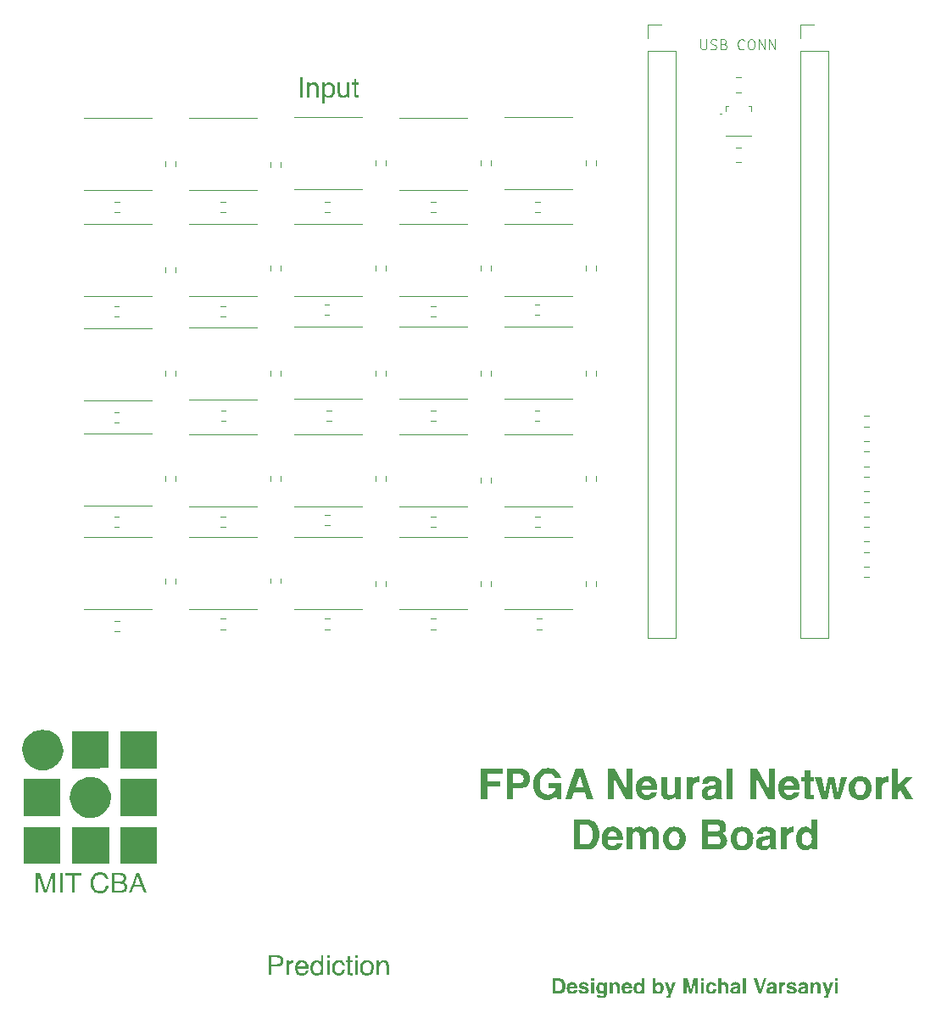
<source format=gbr>
%TF.GenerationSoftware,KiCad,Pcbnew,9.0.6*%
%TF.CreationDate,2026-02-05T23:01:48+01:00*%
%TF.ProjectId,BrakeoutBoard,4272616b-656f-4757-9442-6f6172642e6b,rev?*%
%TF.SameCoordinates,Original*%
%TF.FileFunction,Legend,Top*%
%TF.FilePolarity,Positive*%
%FSLAX46Y46*%
G04 Gerber Fmt 4.6, Leading zero omitted, Abs format (unit mm)*
G04 Created by KiCad (PCBNEW 9.0.6) date 2026-02-05 23:01:48*
%MOMM*%
%LPD*%
G01*
G04 APERTURE LIST*
%ADD10C,0.150000*%
%ADD11C,0.300000*%
%ADD12C,0.100000*%
%ADD13C,0.120000*%
%ADD14C,0.000000*%
G04 APERTURE END LIST*
D10*
G36*
X117118048Y-142733343D02*
G01*
X117232250Y-142762607D01*
X117331088Y-142809476D01*
X117417001Y-142873998D01*
X117486974Y-142954499D01*
X117537787Y-143049854D01*
X117569693Y-143163038D01*
X117581010Y-143298126D01*
X117571614Y-143413376D01*
X117544132Y-143518852D01*
X117498792Y-143616411D01*
X117434709Y-143707477D01*
X117355936Y-143780719D01*
X117257849Y-143834674D01*
X117136231Y-143869172D01*
X116985302Y-143881622D01*
X116354057Y-143881622D01*
X116354057Y-144730000D01*
X116082214Y-144730000D01*
X116082214Y-143652034D01*
X116354057Y-143652034D01*
X116895054Y-143652034D01*
X117015021Y-143642469D01*
X117112677Y-143615885D01*
X117192298Y-143574242D01*
X117239772Y-143530861D01*
X117275016Y-143473201D01*
X117297930Y-143397774D01*
X117306359Y-143299591D01*
X117294807Y-143192082D01*
X117263071Y-143109615D01*
X117212890Y-143046315D01*
X117142350Y-142998928D01*
X117042889Y-142968556D01*
X116895054Y-142956674D01*
X116354057Y-142956674D01*
X116354057Y-143652034D01*
X116082214Y-143652034D01*
X116082214Y-142723056D01*
X116985302Y-142723056D01*
X117118048Y-142733343D01*
G37*
G36*
X117896328Y-143266741D02*
G01*
X118129946Y-143266741D01*
X118129946Y-143519532D01*
X118173413Y-143445616D01*
X118270630Y-143339891D01*
X118350269Y-143280404D01*
X118435515Y-143245693D01*
X118528917Y-143234012D01*
X118551998Y-143235355D01*
X118608052Y-143240851D01*
X118608052Y-143500359D01*
X118567752Y-143494986D01*
X118527452Y-143493520D01*
X118436102Y-143501712D01*
X118359876Y-143524821D01*
X118295835Y-143561780D01*
X118241932Y-143613077D01*
X118186304Y-143697189D01*
X118153343Y-143788128D01*
X118142158Y-143888339D01*
X118142158Y-144730000D01*
X117896328Y-144730000D01*
X117896328Y-143266741D01*
G37*
G36*
X119533000Y-143242045D02*
G01*
X119633296Y-143266208D01*
X119732790Y-143307163D01*
X119824907Y-143362362D01*
X119898319Y-143425350D01*
X119955417Y-143496329D01*
X120016254Y-143614331D01*
X120053847Y-143754494D01*
X120069156Y-143870630D01*
X120075707Y-144076894D01*
X119003237Y-144076894D01*
X119019316Y-144222450D01*
X119055128Y-144339758D01*
X119108383Y-144434221D01*
X119162575Y-144491669D01*
X119229429Y-144533200D01*
X119311609Y-144559404D01*
X119413076Y-144568799D01*
X119507438Y-144560305D01*
X119588566Y-144536035D01*
X119658982Y-144496730D01*
X119720456Y-144441671D01*
X119776362Y-144362323D01*
X119813390Y-144270945D01*
X120055191Y-144270945D01*
X120035899Y-144352296D01*
X119991687Y-144450586D01*
X119932885Y-144542707D01*
X119870787Y-144612519D01*
X119791053Y-144676888D01*
X119699263Y-144726003D01*
X119593449Y-144760041D01*
X119501487Y-144776143D01*
X119392560Y-144781901D01*
X119260025Y-144769256D01*
X119140378Y-144732306D01*
X119030836Y-144670988D01*
X118929475Y-144583210D01*
X118849413Y-144478854D01*
X118790387Y-144354154D01*
X118752933Y-144205056D01*
X118739576Y-144026336D01*
X118750359Y-143881622D01*
X119010075Y-143881622D01*
X119822916Y-143881622D01*
X119796257Y-143731512D01*
X119753306Y-143626022D01*
X119695071Y-143549110D01*
X119621748Y-143494655D01*
X119530370Y-143460648D01*
X119415763Y-143448457D01*
X119308112Y-143462269D01*
X119214590Y-143502592D01*
X119131586Y-143570823D01*
X119067928Y-143658212D01*
X119027334Y-143760526D01*
X119010075Y-143881622D01*
X118750359Y-143881622D01*
X118752619Y-143851294D01*
X118789754Y-143700041D01*
X118849192Y-143568625D01*
X118930819Y-143453953D01*
X119033823Y-143357698D01*
X119149547Y-143289830D01*
X119280582Y-143248393D01*
X119430784Y-143234012D01*
X119533000Y-143242045D01*
G37*
G36*
X121569496Y-144730000D02*
G01*
X121348212Y-144730000D01*
X121348212Y-144526423D01*
X121285042Y-144610865D01*
X121217317Y-144675105D01*
X121144636Y-144721817D01*
X121064317Y-144754634D01*
X120975144Y-144774885D01*
X120875480Y-144781901D01*
X120758427Y-144769302D01*
X120650384Y-144731975D01*
X120548782Y-144668808D01*
X120451963Y-144576371D01*
X120376073Y-144469268D01*
X120320429Y-144344688D01*
X120285422Y-144199361D01*
X120273055Y-144029145D01*
X120273983Y-144015467D01*
X120532563Y-144015467D01*
X120544586Y-144169380D01*
X120578490Y-144299103D01*
X120632336Y-144408942D01*
X120688704Y-144477345D01*
X120758659Y-144526069D01*
X120844941Y-144556551D01*
X120952050Y-144567456D01*
X121033578Y-144558282D01*
X121106222Y-144531430D01*
X121172168Y-144486359D01*
X121232685Y-144420544D01*
X121277809Y-144345525D01*
X121312216Y-144252806D01*
X121334606Y-144138763D01*
X121342717Y-143999103D01*
X121334142Y-143857504D01*
X121310771Y-143745345D01*
X121275319Y-143657189D01*
X121229266Y-143588531D01*
X121146430Y-143513599D01*
X121054311Y-143470061D01*
X120949241Y-143455296D01*
X120859471Y-143464454D01*
X120780772Y-143490964D01*
X120710775Y-143534732D01*
X120647968Y-143597445D01*
X120600685Y-143670452D01*
X120564631Y-143761719D01*
X120541112Y-143875155D01*
X120532563Y-144015467D01*
X120273983Y-144015467D01*
X120283810Y-143870606D01*
X120315013Y-143726865D01*
X120365781Y-143595677D01*
X120436209Y-143475202D01*
X120507606Y-143390363D01*
X120588383Y-143325769D01*
X120679701Y-143279443D01*
X120783597Y-143250831D01*
X120902835Y-143240851D01*
X121012936Y-143249403D01*
X121105743Y-143273518D01*
X121184325Y-143311803D01*
X121249093Y-143363199D01*
X121333191Y-143455296D01*
X121333191Y-142716217D01*
X121569496Y-142716217D01*
X121569496Y-144730000D01*
G37*
G36*
X121932197Y-143273579D02*
G01*
X122182179Y-143273579D01*
X122182179Y-144730000D01*
X121932197Y-144730000D01*
X121932197Y-143273579D01*
G37*
G36*
X121932197Y-142723056D02*
G01*
X122182179Y-142723056D01*
X122182179Y-143001737D01*
X121932197Y-143001737D01*
X121932197Y-142723056D01*
G37*
G36*
X123241367Y-143232673D02*
G01*
X123347947Y-143256248D01*
X123440149Y-143293722D01*
X123520142Y-143344654D01*
X123585524Y-143409857D01*
X123639111Y-143497032D01*
X123680259Y-143611137D01*
X123706621Y-143758646D01*
X123467507Y-143758646D01*
X123445971Y-143671382D01*
X123412605Y-143597156D01*
X123367734Y-143533942D01*
X123309668Y-143486607D01*
X123228904Y-143455891D01*
X123117752Y-143444427D01*
X123027950Y-143453866D01*
X122951755Y-143480860D01*
X122886250Y-143525034D01*
X122829682Y-143588147D01*
X122781673Y-143673893D01*
X122746693Y-143775255D01*
X122724169Y-143896533D01*
X122716094Y-144041357D01*
X122727262Y-144185549D01*
X122758821Y-144307725D01*
X122809029Y-144411751D01*
X122861692Y-144477033D01*
X122926169Y-144523152D01*
X123004760Y-144551778D01*
X123101387Y-144561960D01*
X123199423Y-144550823D01*
X123278868Y-144519431D01*
X123343920Y-144468415D01*
X123395568Y-144401358D01*
X123437037Y-144317103D01*
X123467507Y-144212205D01*
X123706621Y-144212205D01*
X123675764Y-144357057D01*
X123630397Y-144473152D01*
X123572223Y-144565461D01*
X123501579Y-144637798D01*
X123416533Y-144695250D01*
X123319784Y-144737107D01*
X123209228Y-144763224D01*
X123082214Y-144772376D01*
X122942932Y-144758631D01*
X122822579Y-144719137D01*
X122717277Y-144654507D01*
X122624503Y-144562693D01*
X122551171Y-144453760D01*
X122498105Y-144331780D01*
X122465226Y-144194406D01*
X122453777Y-144038670D01*
X122467099Y-143845213D01*
X122504325Y-143684290D01*
X122562598Y-143550349D01*
X122640867Y-143438932D01*
X122741750Y-143344400D01*
X122853161Y-143278247D01*
X122977358Y-143238177D01*
X123117752Y-143224364D01*
X123241367Y-143232673D01*
G37*
G36*
X124001789Y-142858244D02*
G01*
X124250428Y-142858244D01*
X124250428Y-143266741D01*
X124484046Y-143266741D01*
X124484046Y-143467630D01*
X124250428Y-143467630D01*
X124250428Y-144422620D01*
X124256950Y-144470482D01*
X124274407Y-144503244D01*
X124302329Y-144525080D01*
X124336069Y-144535588D01*
X124397950Y-144540101D01*
X124436174Y-144539490D01*
X124484046Y-144535949D01*
X124484046Y-144730000D01*
X124395874Y-144747707D01*
X124296834Y-144753203D01*
X124185853Y-144741463D01*
X124111487Y-144710991D01*
X124063216Y-144665153D01*
X124030264Y-144603525D01*
X124009309Y-144528316D01*
X124001789Y-144436297D01*
X124001789Y-143467630D01*
X123803585Y-143467630D01*
X123803585Y-143266741D01*
X124001789Y-143266741D01*
X124001789Y-142858244D01*
G37*
G36*
X124730243Y-143273579D02*
G01*
X124980225Y-143273579D01*
X124980225Y-144730000D01*
X124730243Y-144730000D01*
X124730243Y-143273579D01*
G37*
G36*
X124730243Y-142723056D02*
G01*
X124980225Y-142723056D01*
X124980225Y-143001737D01*
X124730243Y-143001737D01*
X124730243Y-142723056D01*
G37*
G36*
X126079983Y-143236556D02*
G01*
X126204015Y-143272003D01*
X126316659Y-143330331D01*
X126419915Y-143412920D01*
X126501833Y-143512697D01*
X126562528Y-143634988D01*
X126601347Y-143784548D01*
X126615309Y-143967595D01*
X126603540Y-144144240D01*
X126569969Y-144298423D01*
X126516327Y-144433556D01*
X126443118Y-144552435D01*
X126369261Y-144633251D01*
X126281465Y-144696521D01*
X126177666Y-144743189D01*
X126054793Y-144772742D01*
X125908959Y-144783244D01*
X125761327Y-144769628D01*
X125634694Y-144730724D01*
X125524982Y-144667645D01*
X125429388Y-144579057D01*
X125354265Y-144472717D01*
X125299022Y-144348266D01*
X125264167Y-144202293D01*
X125251823Y-144030488D01*
X125252117Y-144026336D01*
X125504615Y-144026336D01*
X125516961Y-144179155D01*
X125551759Y-144307481D01*
X125607075Y-144415781D01*
X125664501Y-144482737D01*
X125735667Y-144530656D01*
X125823394Y-144560721D01*
X125932162Y-144571486D01*
X126050615Y-144558579D01*
X126142336Y-144522954D01*
X126213544Y-144466318D01*
X126267629Y-144386350D01*
X126317552Y-144260112D01*
X126348037Y-144123471D01*
X126358488Y-143974434D01*
X126350248Y-143838780D01*
X126327599Y-143729225D01*
X126292909Y-143641165D01*
X126231831Y-143552924D01*
X126154301Y-143491077D01*
X126057276Y-143452680D01*
X125934971Y-143438932D01*
X125825914Y-143450605D01*
X125737634Y-143483384D01*
X125665561Y-143536207D01*
X125607075Y-143611123D01*
X125551524Y-143729840D01*
X125516818Y-143866980D01*
X125504615Y-144026336D01*
X125252117Y-144026336D01*
X125264864Y-143846163D01*
X125301656Y-143689724D01*
X125359884Y-143556552D01*
X125438913Y-143442962D01*
X125539865Y-143347838D01*
X125655193Y-143280350D01*
X125787763Y-143238856D01*
X125941810Y-143224364D01*
X126079983Y-143236556D01*
G37*
G36*
X126906935Y-143266741D02*
G01*
X127140553Y-143266741D01*
X127140553Y-143474469D01*
X127214299Y-143393833D01*
X127287448Y-143333277D01*
X127360494Y-143290066D01*
X127481572Y-143248360D01*
X127618659Y-143234012D01*
X127743867Y-143244153D01*
X127844362Y-143272190D01*
X127925008Y-143315891D01*
X127989393Y-143374977D01*
X128039489Y-143451144D01*
X128070480Y-143532966D01*
X128091612Y-143643839D01*
X128099573Y-143791374D01*
X128099573Y-144730000D01*
X127849590Y-144730000D01*
X127849590Y-143807739D01*
X127838670Y-143681431D01*
X127810023Y-143591950D01*
X127770824Y-143532446D01*
X127719917Y-143490697D01*
X127655130Y-143464669D01*
X127572253Y-143455296D01*
X127488905Y-143460201D01*
X127428760Y-143473004D01*
X127365142Y-143499239D01*
X127306212Y-143538837D01*
X127251195Y-143593293D01*
X127199621Y-143668587D01*
X127171328Y-143742892D01*
X127158226Y-143828347D01*
X127152888Y-143963565D01*
X127152888Y-144730000D01*
X126906935Y-144730000D01*
X126906935Y-143266741D01*
G37*
D11*
G36*
X145253866Y-145070145D02*
G01*
X145353394Y-145092937D01*
X145452585Y-145137559D01*
X145537722Y-145200979D01*
X145610581Y-145284821D01*
X145657798Y-145362576D01*
X145693497Y-145443790D01*
X145718109Y-145529094D01*
X145739895Y-145659197D01*
X145746869Y-145779412D01*
X145738595Y-145930897D01*
X145714922Y-146065098D01*
X145677147Y-146184254D01*
X145625969Y-146290307D01*
X145565355Y-146377757D01*
X145496565Y-146447326D01*
X145419094Y-146501025D01*
X145331748Y-146539922D01*
X145232729Y-146564070D01*
X145119745Y-146572500D01*
X144469082Y-146572500D01*
X144469082Y-146314579D01*
X144775454Y-146314579D01*
X145066439Y-146314579D01*
X145151563Y-146305399D01*
X145222933Y-146279240D01*
X145283548Y-146236490D01*
X145335138Y-146175304D01*
X145377940Y-146091830D01*
X145403804Y-146009000D01*
X145420277Y-145912693D01*
X145426117Y-145800753D01*
X145416622Y-145646042D01*
X145391315Y-145529449D01*
X145353852Y-145442907D01*
X145312266Y-145391341D01*
X145253832Y-145352864D01*
X145174087Y-145327526D01*
X145066439Y-145318068D01*
X144775454Y-145318068D01*
X144775454Y-146314579D01*
X144469082Y-146314579D01*
X144469082Y-145060148D01*
X145119745Y-145060148D01*
X145253866Y-145070145D01*
G37*
G36*
X146493170Y-145429639D02*
G01*
X146576405Y-145447213D01*
X146652430Y-145475788D01*
X146721872Y-145516775D01*
X146783127Y-145571202D01*
X146836894Y-145640560D01*
X146874957Y-145709058D01*
X146903402Y-145785419D01*
X146921982Y-145870820D01*
X146929551Y-145956019D01*
X146931233Y-146091830D01*
X146166814Y-146091830D01*
X146176983Y-146176619D01*
X146198779Y-146242186D01*
X146230582Y-146292565D01*
X146272327Y-146330607D01*
X146314448Y-146353887D01*
X146362494Y-146368206D01*
X146417865Y-146373197D01*
X146475953Y-146367077D01*
X146524057Y-146349744D01*
X146564319Y-146321632D01*
X146592303Y-146289749D01*
X146618633Y-146244237D01*
X146916853Y-146244237D01*
X146901649Y-146307120D01*
X146868405Y-146373623D01*
X146813355Y-146445371D01*
X146752848Y-146502658D01*
X146683877Y-146547356D01*
X146605237Y-146580046D01*
X146515225Y-146600496D01*
X146411728Y-146607670D01*
X146307537Y-146598953D01*
X146211144Y-146573324D01*
X146120930Y-146530782D01*
X146035656Y-146470284D01*
X145980328Y-146412770D01*
X145935850Y-146342007D01*
X145902238Y-146255673D01*
X145880533Y-146150680D01*
X145872715Y-146023319D01*
X145881739Y-145898389D01*
X146173958Y-145898389D01*
X146627883Y-145898389D01*
X146615947Y-145824218D01*
X146592204Y-145767174D01*
X146557725Y-145723542D01*
X146512696Y-145690602D01*
X146461249Y-145670777D01*
X146401470Y-145663916D01*
X146336638Y-145671499D01*
X146285226Y-145692726D01*
X146244117Y-145727114D01*
X146212673Y-145772127D01*
X146189042Y-145828402D01*
X146173958Y-145898389D01*
X145881739Y-145898389D01*
X145883223Y-145877841D01*
X145912489Y-145758086D01*
X145958223Y-145659465D01*
X146019719Y-145578370D01*
X146098074Y-145511107D01*
X146186367Y-145463233D01*
X146286572Y-145433818D01*
X146401470Y-145423581D01*
X146493170Y-145429639D01*
G37*
G36*
X147354842Y-146203204D02*
G01*
X147370976Y-146274284D01*
X147394775Y-146314487D01*
X147435515Y-146344355D01*
X147499357Y-146365071D01*
X147595635Y-146373197D01*
X147676597Y-146366062D01*
X147732380Y-146347552D01*
X147761265Y-146326894D01*
X147777563Y-146301758D01*
X147783122Y-146270615D01*
X147772836Y-146227224D01*
X147742180Y-146195785D01*
X147674125Y-146169716D01*
X147437823Y-146109140D01*
X147312504Y-146071696D01*
X147226522Y-146032712D01*
X147170377Y-145993369D01*
X147128231Y-145942707D01*
X147101979Y-145878120D01*
X147092525Y-145795349D01*
X147100071Y-145721958D01*
X147122313Y-145654764D01*
X147159672Y-145592197D01*
X147213883Y-145533216D01*
X147277203Y-145487291D01*
X147353432Y-145453163D01*
X147445152Y-145431378D01*
X147555609Y-145423581D01*
X147692889Y-145433819D01*
X147804867Y-145462238D01*
X147896236Y-145506563D01*
X147952951Y-145553247D01*
X147997088Y-145614383D01*
X148029037Y-145692841D01*
X148047453Y-145792876D01*
X147755461Y-145792876D01*
X147743816Y-145741379D01*
X147723679Y-145704949D01*
X147687235Y-145674193D01*
X147634544Y-145653978D01*
X147559731Y-145646331D01*
X147472398Y-145654981D01*
X147423993Y-145675640D01*
X147392986Y-145708487D01*
X147383510Y-145744150D01*
X147388445Y-145774513D01*
X147402491Y-145797800D01*
X147426557Y-145815774D01*
X147496019Y-145839606D01*
X147730823Y-145895000D01*
X147844161Y-145929133D01*
X147929437Y-145970708D01*
X147992132Y-146018465D01*
X148039861Y-146079289D01*
X148068383Y-146148782D01*
X148078228Y-146229674D01*
X148070248Y-146310526D01*
X148047149Y-146381635D01*
X148009089Y-146445035D01*
X147954763Y-146502066D01*
X147891119Y-146544909D01*
X147809247Y-146577909D01*
X147704916Y-146599679D01*
X147573012Y-146607670D01*
X147439013Y-146599111D01*
X147332848Y-146575749D01*
X147249301Y-146540191D01*
X147184116Y-146493731D01*
X147129069Y-146432606D01*
X147090335Y-146364844D01*
X147066776Y-146289055D01*
X147058636Y-146203204D01*
X147354842Y-146203204D01*
G37*
G36*
X148594069Y-145323930D02*
G01*
X148297955Y-145323930D01*
X148297955Y-145060148D01*
X148594069Y-145060148D01*
X148594069Y-145323930D01*
G37*
G36*
X148297955Y-145452890D02*
G01*
X148594069Y-145452890D01*
X148594069Y-146572500D01*
X148297955Y-146572500D01*
X148297955Y-145452890D01*
G37*
G36*
X149364534Y-145430448D02*
G01*
X149430387Y-145449593D01*
X149495428Y-145486607D01*
X149552594Y-145540425D01*
X149602578Y-145613816D01*
X149602578Y-145452890D01*
X149886419Y-145452890D01*
X149886419Y-146514339D01*
X149876795Y-146657814D01*
X149851311Y-146763837D01*
X149813695Y-146840861D01*
X149759697Y-146904170D01*
X149688741Y-146955337D01*
X149597483Y-146994520D01*
X149481208Y-147020279D01*
X149334125Y-147029722D01*
X149193332Y-147019377D01*
X149078416Y-146990664D01*
X148984613Y-146945916D01*
X148924357Y-146898632D01*
X148880122Y-146842260D01*
X148850317Y-146775409D01*
X148835045Y-146695598D01*
X149152683Y-146695598D01*
X149169805Y-146740539D01*
X149192616Y-146767863D01*
X149226611Y-146787760D01*
X149277549Y-146801597D01*
X149351527Y-146806973D01*
X149429277Y-146799348D01*
X149487608Y-146778700D01*
X149531121Y-146746738D01*
X149562644Y-146702834D01*
X149579931Y-146656350D01*
X149592487Y-146584449D01*
X149597449Y-146478252D01*
X149597449Y-146407452D01*
X149552011Y-146471188D01*
X149507232Y-146513057D01*
X149446017Y-146548217D01*
X149371626Y-146570421D01*
X149280819Y-146578361D01*
X149175978Y-146568339D01*
X149085476Y-146539589D01*
X149006451Y-146492702D01*
X148936986Y-146426412D01*
X148882834Y-146347579D01*
X148842792Y-146254609D01*
X148817410Y-146144825D01*
X148808723Y-146019656D01*
X149110734Y-146019656D01*
X149119273Y-146114495D01*
X149143524Y-146194870D01*
X149180181Y-146258843D01*
X149226658Y-146302324D01*
X149284305Y-146328690D01*
X149356656Y-146338026D01*
X149421485Y-146329301D01*
X149478466Y-146303630D01*
X149529763Y-146259716D01*
X149566462Y-146203001D01*
X149591116Y-146122507D01*
X149600471Y-146010314D01*
X149591849Y-145904907D01*
X149568627Y-145825225D01*
X149533335Y-145765491D01*
X149483604Y-145718860D01*
X149424673Y-145691136D01*
X149353542Y-145681502D01*
X149281438Y-145690990D01*
X149224060Y-145717814D01*
X149177840Y-145762191D01*
X149141509Y-145827773D01*
X149119064Y-145910749D01*
X149110734Y-146019656D01*
X148808723Y-146019656D01*
X148808392Y-146014893D01*
X148816756Y-145890266D01*
X148840762Y-145779965D01*
X148879380Y-145681838D01*
X148932406Y-145594124D01*
X148986280Y-145532604D01*
X149047167Y-145485594D01*
X149115966Y-145451788D01*
X149194187Y-145430877D01*
X149283841Y-145423581D01*
X149364534Y-145430448D01*
G37*
G36*
X150778241Y-145423581D02*
G01*
X150890550Y-145434351D01*
X150983678Y-145464734D01*
X151061532Y-145513524D01*
X151106944Y-145562069D01*
X151141130Y-145625795D01*
X151163492Y-145708430D01*
X151171716Y-145814950D01*
X151171716Y-146572500D01*
X150872488Y-146572500D01*
X150872488Y-145887215D01*
X150865767Y-145803989D01*
X150848949Y-145750744D01*
X150823351Y-145713588D01*
X150788969Y-145686995D01*
X150743939Y-145670089D01*
X150685001Y-145663916D01*
X150614234Y-145672462D01*
X150558751Y-145696326D01*
X150514925Y-145735042D01*
X150481120Y-145791045D01*
X150460305Y-145863571D01*
X150452452Y-145962686D01*
X150452452Y-146572500D01*
X150161375Y-146572500D01*
X150161375Y-145452890D01*
X150443201Y-145452890D01*
X150443201Y-145613449D01*
X150501442Y-145536176D01*
X150549721Y-145490626D01*
X150612992Y-145454321D01*
X150688205Y-145431624D01*
X150778241Y-145423581D01*
G37*
G36*
X151973979Y-145429639D02*
G01*
X152057214Y-145447213D01*
X152133239Y-145475788D01*
X152202681Y-145516775D01*
X152263936Y-145571202D01*
X152317704Y-145640560D01*
X152355766Y-145709058D01*
X152384211Y-145785419D01*
X152402792Y-145870820D01*
X152410360Y-145956019D01*
X152412042Y-146091830D01*
X151647623Y-146091830D01*
X151657792Y-146176619D01*
X151679588Y-146242186D01*
X151711392Y-146292565D01*
X151753136Y-146330607D01*
X151795257Y-146353887D01*
X151843303Y-146368206D01*
X151898675Y-146373197D01*
X151956763Y-146367077D01*
X152004866Y-146349744D01*
X152045129Y-146321632D01*
X152073113Y-146289749D01*
X152099442Y-146244237D01*
X152397663Y-146244237D01*
X152382459Y-146307120D01*
X152349215Y-146373623D01*
X152294165Y-146445371D01*
X152233657Y-146502658D01*
X152164686Y-146547356D01*
X152086047Y-146580046D01*
X151996034Y-146600496D01*
X151892538Y-146607670D01*
X151788346Y-146598953D01*
X151691953Y-146573324D01*
X151601739Y-146530782D01*
X151516465Y-146470284D01*
X151461138Y-146412770D01*
X151416659Y-146342007D01*
X151383048Y-146255673D01*
X151361342Y-146150680D01*
X151353525Y-146023319D01*
X151362549Y-145898389D01*
X151654768Y-145898389D01*
X152108693Y-145898389D01*
X152096756Y-145824218D01*
X152073013Y-145767174D01*
X152038534Y-145723542D01*
X151993506Y-145690602D01*
X151942059Y-145670777D01*
X151882280Y-145663916D01*
X151817447Y-145671499D01*
X151766035Y-145692726D01*
X151724926Y-145727114D01*
X151693483Y-145772127D01*
X151669852Y-145828402D01*
X151654768Y-145898389D01*
X151362549Y-145898389D01*
X151364033Y-145877841D01*
X151393299Y-145758086D01*
X151439032Y-145659465D01*
X151500528Y-145578370D01*
X151578884Y-145511107D01*
X151667177Y-145463233D01*
X151767382Y-145433818D01*
X151882280Y-145423581D01*
X151973979Y-145429639D01*
G37*
G36*
X153624617Y-146572500D02*
G01*
X153340776Y-146572500D01*
X153340776Y-146422107D01*
X153295261Y-146483282D01*
X153247856Y-146529729D01*
X153198352Y-146563524D01*
X153143344Y-146587211D01*
X153077805Y-146602291D01*
X152999599Y-146607670D01*
X152905578Y-146597720D01*
X152820672Y-146568522D01*
X152742663Y-146519596D01*
X152670146Y-146448577D01*
X152613000Y-146365846D01*
X152571426Y-146271707D01*
X152545505Y-146164086D01*
X152536423Y-146040355D01*
X152537557Y-146022862D01*
X152837666Y-146022862D01*
X152845292Y-146125896D01*
X152866246Y-146208075D01*
X152898574Y-146273455D01*
X152932839Y-146314368D01*
X152974046Y-146343209D01*
X153023540Y-146361030D01*
X153083588Y-146367336D01*
X153143617Y-146361115D01*
X153193788Y-146343447D01*
X153236187Y-146314749D01*
X153272083Y-146274004D01*
X153306731Y-146208751D01*
X153328756Y-146129271D01*
X153336654Y-146032204D01*
X153328884Y-145927355D01*
X153307781Y-145845974D01*
X153275625Y-145783236D01*
X153233156Y-145735449D01*
X153188355Y-145705399D01*
X153139625Y-145687566D01*
X153085603Y-145681502D01*
X153023683Y-145688118D01*
X152973192Y-145706752D01*
X152931633Y-145736854D01*
X152897567Y-145779596D01*
X152865281Y-145847388D01*
X152844902Y-145927595D01*
X152837666Y-146022862D01*
X152537557Y-146022862D01*
X152545798Y-145895729D01*
X152572033Y-145774637D01*
X152613082Y-145673232D01*
X152668040Y-145588353D01*
X152739760Y-145516005D01*
X152820895Y-145465252D01*
X152913353Y-145434325D01*
X153020116Y-145423581D01*
X153086498Y-145428797D01*
X153146194Y-145443925D01*
X153200367Y-145468644D01*
X153271637Y-145522152D01*
X153328503Y-145593483D01*
X153328503Y-145060148D01*
X153624617Y-145060148D01*
X153624617Y-146572500D01*
G37*
G36*
X154754392Y-145595498D02*
G01*
X154814101Y-145524577D01*
X154876300Y-145475330D01*
X154931205Y-145447518D01*
X154997313Y-145429882D01*
X155077159Y-145423581D01*
X155184179Y-145434212D01*
X155275336Y-145464589D01*
X155353883Y-145514057D01*
X155421908Y-145584140D01*
X155474732Y-145666981D01*
X155513530Y-145762122D01*
X155537897Y-145871737D01*
X155546472Y-145998498D01*
X155538045Y-146130076D01*
X155514013Y-146245064D01*
X155475665Y-146345912D01*
X155423465Y-146434655D01*
X155369789Y-146497538D01*
X155309720Y-146545279D01*
X155242465Y-146579393D01*
X155166619Y-146600378D01*
X155080273Y-146607670D01*
X154989435Y-146600723D01*
X154916460Y-146581552D01*
X154857890Y-146551800D01*
X154809389Y-146510274D01*
X154749263Y-146436029D01*
X154749263Y-146572500D01*
X154463408Y-146572500D01*
X154463408Y-146030097D01*
X154745233Y-146030097D01*
X154752914Y-146125441D01*
X154774499Y-146204979D01*
X154808706Y-146271623D01*
X154844276Y-146313162D01*
X154887285Y-146342592D01*
X154939198Y-146360855D01*
X155002421Y-146367336D01*
X155072634Y-146356825D01*
X155129919Y-146326495D01*
X155177543Y-146274737D01*
X155210945Y-146210057D01*
X155232365Y-146130092D01*
X155240100Y-146031196D01*
X155231678Y-145916273D01*
X155209325Y-145831345D01*
X155172764Y-145764130D01*
X155125977Y-145718691D01*
X155067678Y-145691226D01*
X154994178Y-145681502D01*
X154919352Y-145691126D01*
X154860173Y-145718220D01*
X154812872Y-145762776D01*
X154776008Y-145828230D01*
X154753739Y-145912552D01*
X154745233Y-146030097D01*
X154463408Y-146030097D01*
X154463408Y-145060148D01*
X154754392Y-145060148D01*
X154754392Y-145595498D01*
G37*
G36*
X155801004Y-146789387D02*
G01*
X155837915Y-146792318D01*
X155919889Y-146789937D01*
X155956479Y-146780868D01*
X155985468Y-146765390D01*
X156008043Y-146740740D01*
X156033095Y-146689736D01*
X156050107Y-146637027D01*
X156051047Y-146619394D01*
X155641177Y-145452890D01*
X155965959Y-145452890D01*
X156209866Y-146278767D01*
X156440401Y-145452890D01*
X156750895Y-145452890D01*
X156367678Y-146553998D01*
X156286442Y-146772211D01*
X156230191Y-146893950D01*
X156192464Y-146952511D01*
X156157833Y-146982729D01*
X156106954Y-147006800D01*
X156034623Y-147023384D01*
X155934269Y-147029722D01*
X155871712Y-147028989D01*
X155801004Y-147023860D01*
X155801004Y-146789387D01*
G37*
G36*
X158530326Y-145060148D02*
G01*
X158984343Y-145060148D01*
X158984343Y-146572500D01*
X158690244Y-146572500D01*
X158690244Y-145549610D01*
X158691251Y-145425963D01*
X158692259Y-145303322D01*
X158406403Y-146572500D01*
X158100031Y-146572500D01*
X157816190Y-145303322D01*
X157817198Y-145425963D01*
X157818205Y-145549610D01*
X157818205Y-146572500D01*
X157524106Y-146572500D01*
X157524106Y-145060148D01*
X157983161Y-145060148D01*
X158257842Y-146249275D01*
X158530326Y-145060148D01*
G37*
G36*
X159554222Y-145323930D02*
G01*
X159258108Y-145323930D01*
X159258108Y-145060148D01*
X159554222Y-145060148D01*
X159554222Y-145323930D01*
G37*
G36*
X159258108Y-145452890D02*
G01*
X159554222Y-145452890D01*
X159554222Y-146572500D01*
X159258108Y-146572500D01*
X159258108Y-145452890D01*
G37*
G36*
X160504296Y-145845633D02*
G01*
X160489551Y-145785427D01*
X160462256Y-145732060D01*
X160424711Y-145695075D01*
X160375137Y-145672198D01*
X160309574Y-145663916D01*
X160240909Y-145673358D01*
X160186269Y-145700146D01*
X160142209Y-145744828D01*
X160107707Y-145811561D01*
X160087078Y-145898539D01*
X160079039Y-146024327D01*
X160087050Y-146144135D01*
X160107707Y-146227659D01*
X160140818Y-146290415D01*
X160183511Y-146332733D01*
X160236930Y-146358284D01*
X160304536Y-146367336D01*
X160370360Y-146360206D01*
X160417175Y-146341211D01*
X160449983Y-146311923D01*
X160483790Y-146250347D01*
X160502281Y-146168033D01*
X160800410Y-146168033D01*
X160785459Y-146253316D01*
X160753791Y-146336156D01*
X160704057Y-146417802D01*
X160644584Y-146485474D01*
X160575783Y-146537681D01*
X160496407Y-146575621D01*
X160404453Y-146599329D01*
X160297301Y-146607670D01*
X160187822Y-146600357D01*
X160096056Y-146579863D01*
X160019086Y-146547725D01*
X159954536Y-146504563D01*
X159900711Y-146450042D01*
X159847117Y-146368521D01*
X159807543Y-146273351D01*
X159782531Y-146162030D01*
X159773675Y-146031471D01*
X159783803Y-145883310D01*
X159811936Y-145761696D01*
X159855679Y-145661968D01*
X159914084Y-145580385D01*
X159989284Y-145512959D01*
X160077073Y-145464444D01*
X160179948Y-145434232D01*
X160301422Y-145423581D01*
X160406857Y-145430055D01*
X160497938Y-145448408D01*
X160576781Y-145477476D01*
X160645164Y-145516729D01*
X160701836Y-145568173D01*
X160747555Y-145637284D01*
X160782076Y-145727988D01*
X160803525Y-145845633D01*
X160504296Y-145845633D01*
G37*
G36*
X161619601Y-145423581D02*
G01*
X161719738Y-145432846D01*
X161807637Y-145459576D01*
X161860771Y-145487833D01*
X161906815Y-145524280D01*
X161946489Y-145569486D01*
X161984124Y-145634312D01*
X162002818Y-145698538D01*
X162009982Y-145775277D01*
X162013076Y-145914784D01*
X162013076Y-146572500D01*
X161714856Y-146572500D01*
X161714856Y-145888772D01*
X161706432Y-145803400D01*
X161684081Y-145742318D01*
X161650856Y-145699896D01*
X161602228Y-145673635D01*
X161532498Y-145663916D01*
X161459125Y-145673219D01*
X161401829Y-145699248D01*
X161356735Y-145741769D01*
X161325165Y-145796885D01*
X161304477Y-145869366D01*
X161296834Y-145964060D01*
X161296834Y-146572500D01*
X161005758Y-146572500D01*
X161005758Y-145060148D01*
X161296834Y-145060148D01*
X161296834Y-145595956D01*
X161343388Y-145536060D01*
X161392268Y-145492042D01*
X161443838Y-145461591D01*
X161529491Y-145433095D01*
X161619601Y-145423581D01*
G37*
G36*
X162846123Y-145432106D02*
G01*
X162954065Y-145456731D01*
X163051444Y-145496671D01*
X163112150Y-145539761D01*
X163155817Y-145597689D01*
X163183678Y-145673695D01*
X163193868Y-145773276D01*
X163193868Y-146289849D01*
X163195883Y-146420092D01*
X163202803Y-146475143D01*
X163213286Y-146501883D01*
X163230676Y-146520977D01*
X163256425Y-146537329D01*
X163256425Y-146572500D01*
X162938695Y-146572500D01*
X162920286Y-146509485D01*
X162912134Y-146442349D01*
X162847275Y-146502626D01*
X162772732Y-146553540D01*
X162708004Y-146583316D01*
X162637392Y-146601447D01*
X162559600Y-146607670D01*
X162461775Y-146597427D01*
X162379335Y-146568216D01*
X162309007Y-146520567D01*
X162266752Y-146473856D01*
X162236162Y-146418418D01*
X162216983Y-146352497D01*
X162210180Y-146273638D01*
X162211922Y-146253213D01*
X162503272Y-146253213D01*
X162508549Y-146301962D01*
X162522733Y-146337373D01*
X162544762Y-146362848D01*
X162590069Y-146387968D01*
X162645696Y-146396645D01*
X162706773Y-146390428D01*
X162764276Y-146371907D01*
X162819352Y-146340499D01*
X162852108Y-146309453D01*
X162877235Y-146267099D01*
X162894389Y-146210536D01*
X162901876Y-146135793D01*
X162901876Y-146025609D01*
X162846005Y-146054186D01*
X162768611Y-146074427D01*
X162703032Y-146086884D01*
X162617933Y-146107235D01*
X162570866Y-146127459D01*
X162533426Y-146159326D01*
X162511153Y-146200243D01*
X162503272Y-146253213D01*
X162211922Y-146253213D01*
X162217165Y-146191740D01*
X162236899Y-146122868D01*
X162268423Y-146064587D01*
X162311982Y-146015134D01*
X162368999Y-145973586D01*
X162429270Y-145945619D01*
X162512698Y-145921041D01*
X162625179Y-145901412D01*
X162724556Y-145889047D01*
X162799521Y-145876149D01*
X162840418Y-145863218D01*
X162876425Y-145840878D01*
X162896221Y-145813573D01*
X162902883Y-145779687D01*
X162896983Y-145736407D01*
X162880980Y-145705745D01*
X162855164Y-145684341D01*
X162801245Y-145665582D01*
X162715305Y-145658054D01*
X162648265Y-145664725D01*
X162601223Y-145682301D01*
X162568851Y-145708887D01*
X162543976Y-145751175D01*
X162527818Y-145810462D01*
X162246084Y-145810462D01*
X162260097Y-145715618D01*
X162287733Y-145636600D01*
X162328058Y-145570585D01*
X162376845Y-145521005D01*
X162438272Y-145480987D01*
X162514677Y-145450556D01*
X162609206Y-145430760D01*
X162725655Y-145423581D01*
X162846123Y-145432106D01*
G37*
G36*
X163750742Y-146572500D02*
G01*
X163458658Y-146572500D01*
X163458658Y-145060148D01*
X163750742Y-145060148D01*
X163750742Y-146572500D01*
G37*
G36*
X165526876Y-145060148D02*
G01*
X165854772Y-145060148D01*
X165339389Y-146572500D01*
X165041168Y-146572500D01*
X164530915Y-145060148D01*
X164868061Y-145060148D01*
X165195957Y-146208242D01*
X165526876Y-145060148D01*
G37*
G36*
X166464336Y-145432106D02*
G01*
X166572278Y-145456731D01*
X166669658Y-145496671D01*
X166730364Y-145539761D01*
X166774031Y-145597689D01*
X166801891Y-145673695D01*
X166812082Y-145773276D01*
X166812082Y-146289849D01*
X166814097Y-146420092D01*
X166821017Y-146475143D01*
X166831499Y-146501883D01*
X166848890Y-146520977D01*
X166874638Y-146537329D01*
X166874638Y-146572500D01*
X166556909Y-146572500D01*
X166538499Y-146509485D01*
X166530348Y-146442349D01*
X166465489Y-146502626D01*
X166390946Y-146553540D01*
X166326217Y-146583316D01*
X166255606Y-146601447D01*
X166177814Y-146607670D01*
X166079989Y-146597427D01*
X165997549Y-146568216D01*
X165927220Y-146520567D01*
X165884966Y-146473856D01*
X165854376Y-146418418D01*
X165835196Y-146352497D01*
X165828394Y-146273638D01*
X165830136Y-146253213D01*
X166121485Y-146253213D01*
X166126763Y-146301962D01*
X166140947Y-146337373D01*
X166162976Y-146362848D01*
X166208282Y-146387968D01*
X166263909Y-146396645D01*
X166324987Y-146390428D01*
X166382490Y-146371907D01*
X166437566Y-146340499D01*
X166470322Y-146309453D01*
X166495449Y-146267099D01*
X166512602Y-146210536D01*
X166520089Y-146135793D01*
X166520089Y-146025609D01*
X166464219Y-146054186D01*
X166386824Y-146074427D01*
X166321245Y-146086884D01*
X166236147Y-146107235D01*
X166189079Y-146127459D01*
X166151639Y-146159326D01*
X166129366Y-146200243D01*
X166121485Y-146253213D01*
X165830136Y-146253213D01*
X165835378Y-146191740D01*
X165855113Y-146122868D01*
X165886637Y-146064587D01*
X165930195Y-146015134D01*
X165987213Y-145973586D01*
X166047483Y-145945619D01*
X166130912Y-145921041D01*
X166243393Y-145901412D01*
X166342769Y-145889047D01*
X166417734Y-145876149D01*
X166458632Y-145863218D01*
X166494639Y-145840878D01*
X166514435Y-145813573D01*
X166521097Y-145779687D01*
X166515196Y-145736407D01*
X166499194Y-145705745D01*
X166473378Y-145684341D01*
X166419458Y-145665582D01*
X166333518Y-145658054D01*
X166266479Y-145664725D01*
X166219437Y-145682301D01*
X166187064Y-145708887D01*
X166162190Y-145751175D01*
X166146031Y-145810462D01*
X165864297Y-145810462D01*
X165878311Y-145715618D01*
X165905947Y-145636600D01*
X165946271Y-145570585D01*
X165995058Y-145521005D01*
X166056486Y-145480987D01*
X166132890Y-145450556D01*
X166227420Y-145430760D01*
X166343868Y-145423581D01*
X166464336Y-145432106D01*
G37*
G36*
X167677343Y-145423581D02*
G01*
X167691081Y-145423581D01*
X167716269Y-145423581D01*
X167716269Y-145722534D01*
X167667084Y-145722534D01*
X167632280Y-145722534D01*
X167545310Y-145730972D01*
X167479930Y-145753828D01*
X167431055Y-145789184D01*
X167395517Y-145837664D01*
X167378378Y-145882454D01*
X167366353Y-145946935D01*
X167361720Y-146037058D01*
X167361720Y-146572500D01*
X167067621Y-146572500D01*
X167067621Y-145452890D01*
X167346332Y-145452890D01*
X167346332Y-145647704D01*
X167414966Y-145545559D01*
X167464210Y-145493099D01*
X167522402Y-145455393D01*
X167592415Y-145431915D01*
X167677343Y-145423581D01*
G37*
G36*
X168114507Y-146203204D02*
G01*
X168130641Y-146274284D01*
X168154440Y-146314487D01*
X168195180Y-146344355D01*
X168259022Y-146365071D01*
X168355300Y-146373197D01*
X168436262Y-146366062D01*
X168492045Y-146347552D01*
X168520930Y-146326894D01*
X168537228Y-146301758D01*
X168542787Y-146270615D01*
X168532501Y-146227224D01*
X168501845Y-146195785D01*
X168433790Y-146169716D01*
X168197488Y-146109140D01*
X168072169Y-146071696D01*
X167986187Y-146032712D01*
X167930042Y-145993369D01*
X167887896Y-145942707D01*
X167861644Y-145878120D01*
X167852190Y-145795349D01*
X167859736Y-145721958D01*
X167881978Y-145654764D01*
X167919337Y-145592197D01*
X167973548Y-145533216D01*
X168036868Y-145487291D01*
X168113097Y-145453163D01*
X168204817Y-145431378D01*
X168315274Y-145423581D01*
X168452554Y-145433819D01*
X168564532Y-145462238D01*
X168655902Y-145506563D01*
X168712616Y-145553247D01*
X168756753Y-145614383D01*
X168788702Y-145692841D01*
X168807118Y-145792876D01*
X168515126Y-145792876D01*
X168503481Y-145741379D01*
X168483344Y-145704949D01*
X168446900Y-145674193D01*
X168394209Y-145653978D01*
X168319396Y-145646331D01*
X168232063Y-145654981D01*
X168183658Y-145675640D01*
X168152651Y-145708487D01*
X168143175Y-145744150D01*
X168148110Y-145774513D01*
X168162157Y-145797800D01*
X168186223Y-145815774D01*
X168255684Y-145839606D01*
X168490488Y-145895000D01*
X168603826Y-145929133D01*
X168689103Y-145970708D01*
X168751797Y-146018465D01*
X168799526Y-146079289D01*
X168828048Y-146148782D01*
X168837893Y-146229674D01*
X168829913Y-146310526D01*
X168806814Y-146381635D01*
X168768754Y-146445035D01*
X168714428Y-146502066D01*
X168650784Y-146544909D01*
X168568912Y-146577909D01*
X168464581Y-146599679D01*
X168332677Y-146607670D01*
X168198678Y-146599111D01*
X168092514Y-146575749D01*
X168008966Y-146540191D01*
X167943781Y-146493731D01*
X167888734Y-146432606D01*
X167850000Y-146364844D01*
X167826441Y-146289055D01*
X167818301Y-146203204D01*
X168114507Y-146203204D01*
G37*
G36*
X169613604Y-145432106D02*
G01*
X169721545Y-145456731D01*
X169818925Y-145496671D01*
X169879631Y-145539761D01*
X169923298Y-145597689D01*
X169951158Y-145673695D01*
X169961349Y-145773276D01*
X169961349Y-146289849D01*
X169963364Y-146420092D01*
X169970284Y-146475143D01*
X169980766Y-146501883D01*
X169998157Y-146520977D01*
X170023906Y-146537329D01*
X170023906Y-146572500D01*
X169706176Y-146572500D01*
X169687766Y-146509485D01*
X169679615Y-146442349D01*
X169614756Y-146502626D01*
X169540213Y-146553540D01*
X169475485Y-146583316D01*
X169404873Y-146601447D01*
X169327081Y-146607670D01*
X169229256Y-146597427D01*
X169146816Y-146568216D01*
X169076488Y-146520567D01*
X169034233Y-146473856D01*
X169003643Y-146418418D01*
X168984464Y-146352497D01*
X168977661Y-146273638D01*
X168979403Y-146253213D01*
X169270752Y-146253213D01*
X169276030Y-146301962D01*
X169290214Y-146337373D01*
X169312243Y-146362848D01*
X169357550Y-146387968D01*
X169413176Y-146396645D01*
X169474254Y-146390428D01*
X169531757Y-146371907D01*
X169586833Y-146340499D01*
X169619589Y-146309453D01*
X169644716Y-146267099D01*
X169661869Y-146210536D01*
X169669357Y-146135793D01*
X169669357Y-146025609D01*
X169613486Y-146054186D01*
X169536092Y-146074427D01*
X169470512Y-146086884D01*
X169385414Y-146107235D01*
X169338347Y-146127459D01*
X169300907Y-146159326D01*
X169278633Y-146200243D01*
X169270752Y-146253213D01*
X168979403Y-146253213D01*
X168984645Y-146191740D01*
X169004380Y-146122868D01*
X169035904Y-146064587D01*
X169079463Y-146015134D01*
X169136480Y-145973586D01*
X169196751Y-145945619D01*
X169280179Y-145921041D01*
X169392660Y-145901412D01*
X169492036Y-145889047D01*
X169567001Y-145876149D01*
X169607899Y-145863218D01*
X169643906Y-145840878D01*
X169663702Y-145813573D01*
X169670364Y-145779687D01*
X169664463Y-145736407D01*
X169648461Y-145705745D01*
X169622645Y-145684341D01*
X169568726Y-145665582D01*
X169482786Y-145658054D01*
X169415746Y-145664725D01*
X169368704Y-145682301D01*
X169336332Y-145708887D01*
X169311457Y-145751175D01*
X169295299Y-145810462D01*
X169013565Y-145810462D01*
X169027578Y-145715618D01*
X169055214Y-145636600D01*
X169095539Y-145570585D01*
X169144326Y-145521005D01*
X169205753Y-145480987D01*
X169282158Y-145450556D01*
X169376687Y-145430760D01*
X169493135Y-145423581D01*
X169613604Y-145432106D01*
G37*
G36*
X170838883Y-145423581D02*
G01*
X170951192Y-145434351D01*
X171044320Y-145464734D01*
X171122174Y-145513524D01*
X171167586Y-145562069D01*
X171201772Y-145625795D01*
X171224134Y-145708430D01*
X171232358Y-145814950D01*
X171232358Y-146572500D01*
X170933130Y-146572500D01*
X170933130Y-145887215D01*
X170926409Y-145803989D01*
X170909591Y-145750744D01*
X170883993Y-145713588D01*
X170849611Y-145686995D01*
X170804581Y-145670089D01*
X170745643Y-145663916D01*
X170674876Y-145672462D01*
X170619393Y-145696326D01*
X170575567Y-145735042D01*
X170541762Y-145791045D01*
X170520947Y-145863571D01*
X170513094Y-145962686D01*
X170513094Y-146572500D01*
X170222017Y-146572500D01*
X170222017Y-145452890D01*
X170503843Y-145452890D01*
X170503843Y-145613449D01*
X170562084Y-145536176D01*
X170610363Y-145490626D01*
X170673634Y-145454321D01*
X170748847Y-145431624D01*
X170838883Y-145423581D01*
G37*
G36*
X171547340Y-146789387D02*
G01*
X171584251Y-146792318D01*
X171666225Y-146789937D01*
X171702815Y-146780868D01*
X171731804Y-146765390D01*
X171754379Y-146740740D01*
X171779432Y-146689736D01*
X171796443Y-146637027D01*
X171797384Y-146619394D01*
X171387514Y-145452890D01*
X171712295Y-145452890D01*
X171956202Y-146278767D01*
X172186737Y-145452890D01*
X172497231Y-145452890D01*
X172114014Y-146553998D01*
X172032778Y-146772211D01*
X171976527Y-146893950D01*
X171938800Y-146952511D01*
X171904169Y-146982729D01*
X171853290Y-147006800D01*
X171780960Y-147023384D01*
X171680605Y-147029722D01*
X171618048Y-147028989D01*
X171547340Y-147023860D01*
X171547340Y-146789387D01*
G37*
G36*
X172969016Y-145323930D02*
G01*
X172672903Y-145323930D01*
X172672903Y-145060148D01*
X172969016Y-145060148D01*
X172969016Y-145323930D01*
G37*
G36*
X172672903Y-145452890D02*
G01*
X172969016Y-145452890D01*
X172969016Y-146572500D01*
X172672903Y-146572500D01*
X172672903Y-145452890D01*
G37*
D10*
G36*
X119226475Y-55123056D02*
G01*
X119501004Y-55123056D01*
X119501004Y-57130000D01*
X119226475Y-57130000D01*
X119226475Y-55123056D01*
G37*
G36*
X119909866Y-55666741D02*
G01*
X120143484Y-55666741D01*
X120143484Y-55874469D01*
X120217230Y-55793833D01*
X120290379Y-55733277D01*
X120363425Y-55690066D01*
X120484503Y-55648360D01*
X120621590Y-55634012D01*
X120746798Y-55644153D01*
X120847293Y-55672190D01*
X120927939Y-55715891D01*
X120992323Y-55774977D01*
X121042420Y-55851144D01*
X121073411Y-55932966D01*
X121094543Y-56043839D01*
X121102504Y-56191374D01*
X121102504Y-57130000D01*
X120852521Y-57130000D01*
X120852521Y-56207739D01*
X120841601Y-56081431D01*
X120812954Y-55991950D01*
X120773755Y-55932446D01*
X120722848Y-55890697D01*
X120658061Y-55864669D01*
X120575184Y-55855296D01*
X120491836Y-55860201D01*
X120431691Y-55873004D01*
X120368073Y-55899239D01*
X120309143Y-55938837D01*
X120254126Y-55993293D01*
X120202552Y-56068587D01*
X120174259Y-56142892D01*
X120161157Y-56228347D01*
X120155819Y-56363565D01*
X120155819Y-57130000D01*
X119909866Y-57130000D01*
X119909866Y-55666741D01*
G37*
G36*
X122258781Y-55643212D02*
G01*
X122367573Y-55678413D01*
X122467689Y-55737154D01*
X122560878Y-55821835D01*
X122633320Y-55921243D01*
X122687351Y-56042022D01*
X122721977Y-56188533D01*
X122734412Y-56366252D01*
X122722314Y-56563439D01*
X122688832Y-56724830D01*
X122637169Y-56856475D01*
X122569017Y-56963410D01*
X122484430Y-57049399D01*
X122373006Y-57121510D01*
X122251144Y-57164535D01*
X122115501Y-57179214D01*
X122007321Y-57170520D01*
X121915880Y-57145950D01*
X121838163Y-57106796D01*
X121773707Y-57055728D01*
X121691984Y-56965990D01*
X121691984Y-57713374D01*
X121446031Y-57713374D01*
X121446031Y-56449661D01*
X121682459Y-56449661D01*
X121695997Y-56611426D01*
X121733017Y-56737868D01*
X121778742Y-56821119D01*
X121835126Y-56883221D01*
X121902860Y-56927419D01*
X121984215Y-56954901D01*
X122082773Y-56964647D01*
X122165182Y-56955641D01*
X122239090Y-56929247D01*
X122306576Y-56884985D01*
X122368903Y-56820544D01*
X122415310Y-56746752D01*
X122450980Y-56653330D01*
X122474407Y-56535950D01*
X122482964Y-56389455D01*
X122469512Y-56221952D01*
X122432528Y-56088914D01*
X122386061Y-55999098D01*
X122329104Y-55932796D01*
X122261226Y-55886090D01*
X122180300Y-55857283D01*
X122082773Y-55847114D01*
X121985402Y-55857700D01*
X121904555Y-55887760D01*
X121836604Y-55936762D01*
X121779494Y-56006853D01*
X121733017Y-56102592D01*
X121706374Y-56195117D01*
X121688841Y-56309450D01*
X121682459Y-56449661D01*
X121446031Y-56449661D01*
X121446031Y-55673579D01*
X121685145Y-55673579D01*
X121685145Y-55867630D01*
X121764209Y-55777358D01*
X121846345Y-55713269D01*
X121932515Y-55668298D01*
X122029163Y-55640750D01*
X122138704Y-55631203D01*
X122258781Y-55643212D01*
G37*
G36*
X123266496Y-55666741D02*
G01*
X123266496Y-56638094D01*
X123276164Y-56744042D01*
X123301911Y-56821277D01*
X123340807Y-56877621D01*
X123392447Y-56917782D01*
X123459465Y-56943193D01*
X123546520Y-56952435D01*
X123646119Y-56942534D01*
X123727872Y-56914675D01*
X123795523Y-56869942D01*
X123851431Y-56807119D01*
X123896276Y-56722847D01*
X123922460Y-56639122D01*
X123940207Y-56528710D01*
X123946834Y-56385425D01*
X123946834Y-55666741D01*
X124192787Y-55666741D01*
X124192787Y-57130000D01*
X123960512Y-57130000D01*
X123963198Y-56914089D01*
X123909252Y-56991428D01*
X123844374Y-57054895D01*
X123745267Y-57117946D01*
X123632621Y-57156273D01*
X123502800Y-57169567D01*
X123376454Y-57159736D01*
X123274791Y-57132565D01*
X123193054Y-57090309D01*
X123127653Y-57033442D01*
X123076475Y-56960617D01*
X123044121Y-56883356D01*
X123022847Y-56785229D01*
X123015048Y-56661420D01*
X123015048Y-55666741D01*
X123266496Y-55666741D01*
G37*
G36*
X124625096Y-55258244D02*
G01*
X124873736Y-55258244D01*
X124873736Y-55666741D01*
X125107354Y-55666741D01*
X125107354Y-55867630D01*
X124873736Y-55867630D01*
X124873736Y-56822620D01*
X124880258Y-56870482D01*
X124897715Y-56903244D01*
X124925637Y-56925080D01*
X124959377Y-56935588D01*
X125021258Y-56940101D01*
X125059482Y-56939490D01*
X125107354Y-56935949D01*
X125107354Y-57130000D01*
X125019182Y-57147707D01*
X124920142Y-57153203D01*
X124809161Y-57141463D01*
X124734795Y-57110991D01*
X124686523Y-57065153D01*
X124653571Y-57003525D01*
X124632616Y-56928316D01*
X124625096Y-56836297D01*
X124625096Y-55867630D01*
X124426893Y-55867630D01*
X124426893Y-55666741D01*
X124625096Y-55666741D01*
X124625096Y-55258244D01*
G37*
G36*
X92868938Y-134523056D02*
G01*
X93258383Y-134523056D01*
X93834918Y-136219811D01*
X94407301Y-134523056D01*
X94792594Y-134523056D01*
X94792594Y-136530000D01*
X94534430Y-136530000D01*
X94534430Y-135345422D01*
X94537116Y-135141967D01*
X94539925Y-134837274D01*
X93967420Y-136530000D01*
X93698264Y-136530000D01*
X93121729Y-134837274D01*
X93121729Y-134898702D01*
X93125148Y-135123527D01*
X93128568Y-135345422D01*
X93128568Y-136530000D01*
X92868938Y-136530000D01*
X92868938Y-134523056D01*
G37*
G36*
X95268379Y-134523056D02*
G01*
X95542908Y-134523056D01*
X95542908Y-136530000D01*
X95268379Y-136530000D01*
X95268379Y-134523056D01*
G37*
G36*
X97445072Y-134523056D02*
G01*
X97445072Y-134762048D01*
X96768763Y-134762048D01*
X96768763Y-136530000D01*
X96492769Y-136530000D01*
X96492769Y-134762048D01*
X95816460Y-134762048D01*
X95816460Y-134523056D01*
X97445072Y-134523056D01*
G37*
G36*
X99268711Y-134468346D02*
G01*
X99459138Y-134482511D01*
X99617657Y-134522190D01*
X99749906Y-134584639D01*
X99860267Y-134669235D01*
X99956389Y-134776474D01*
X100025773Y-134887345D01*
X100071204Y-135003079D01*
X100094007Y-135125481D01*
X99828882Y-135125481D01*
X99787664Y-135002411D01*
X99727831Y-134901100D01*
X99649241Y-134818101D01*
X99579592Y-134770827D01*
X99495450Y-134735460D01*
X99393939Y-134712784D01*
X99271520Y-134704651D01*
X99127080Y-134718332D01*
X99001394Y-134757698D01*
X98890729Y-134822046D01*
X98792559Y-134913112D01*
X98718249Y-135020849D01*
X98661317Y-135158418D01*
X98623921Y-135332639D01*
X98610232Y-135551807D01*
X98621680Y-135728433D01*
X98654086Y-135880161D01*
X98705410Y-136010822D01*
X98774852Y-136123579D01*
X98845662Y-136201141D01*
X98928137Y-136261368D01*
X99023905Y-136305395D01*
X99135465Y-136333034D01*
X99266024Y-136342787D01*
X99384323Y-136332894D01*
X99486781Y-136304606D01*
X99576252Y-136258924D01*
X99654841Y-136195359D01*
X99723735Y-136111978D01*
X99772091Y-136027602D01*
X99813913Y-135922300D01*
X99848055Y-135792264D01*
X100113058Y-135792264D01*
X100084191Y-135947555D01*
X100035290Y-136086419D01*
X99966799Y-136211217D01*
X99878097Y-136323736D01*
X99777494Y-136415375D01*
X99664741Y-136486609D01*
X99538131Y-136538436D01*
X99395263Y-136570662D01*
X99233173Y-136581901D01*
X99061085Y-136567962D01*
X98907911Y-136527678D01*
X98770315Y-136462017D01*
X98645769Y-136370143D01*
X98555017Y-136274426D01*
X98479251Y-136162687D01*
X98418177Y-136032870D01*
X98372364Y-135882272D01*
X98343213Y-135707643D01*
X98332894Y-135505279D01*
X98343206Y-135326251D01*
X98372853Y-135166235D01*
X98420453Y-135022727D01*
X98485394Y-134893578D01*
X98567856Y-134777069D01*
X98676364Y-134666646D01*
X98798393Y-134581503D01*
X98935793Y-134519892D01*
X99091370Y-134481677D01*
X99268711Y-134468346D01*
G37*
G36*
X101442263Y-134532981D02*
G01*
X101560125Y-134560567D01*
X101656828Y-134603501D01*
X101735976Y-134660894D01*
X101800044Y-134733349D01*
X101848314Y-134819770D01*
X101877479Y-134914680D01*
X101887483Y-135020334D01*
X101874735Y-135142849D01*
X101838514Y-135245271D01*
X101779649Y-135331866D01*
X101714729Y-135390790D01*
X101618449Y-135449347D01*
X101760016Y-135515731D01*
X101849259Y-135581849D01*
X101906961Y-135651380D01*
X101948919Y-135733155D01*
X101975248Y-135829591D01*
X101984569Y-135943939D01*
X101971058Y-136069124D01*
X101930946Y-136185261D01*
X101862936Y-136295038D01*
X101785589Y-136376314D01*
X101692194Y-136440602D01*
X101580201Y-136488489D01*
X101445985Y-136519068D01*
X101285058Y-136530000D01*
X100436558Y-136530000D01*
X100436558Y-136297725D01*
X100703027Y-136297725D01*
X101289088Y-136297725D01*
X101413771Y-136287148D01*
X101511205Y-136258198D01*
X101587146Y-136213400D01*
X101645682Y-136152889D01*
X101682290Y-136088976D01*
X101704769Y-136015952D01*
X101712605Y-135931605D01*
X101699622Y-135828138D01*
X101663273Y-135747063D01*
X101603928Y-135682999D01*
X101517333Y-135633750D01*
X101404283Y-135603178D01*
X101242681Y-135591374D01*
X100703027Y-135591374D01*
X100703027Y-136297725D01*
X100436558Y-136297725D01*
X100436558Y-135371434D01*
X100703027Y-135371434D01*
X101197619Y-135371434D01*
X101312199Y-135365160D01*
X101399663Y-135348384D01*
X101465431Y-135323562D01*
X101530526Y-135279070D01*
X101576476Y-135221243D01*
X101605255Y-135147500D01*
X101615640Y-135053063D01*
X101604647Y-134958713D01*
X101574252Y-134886113D01*
X101525531Y-134830063D01*
X101455783Y-134788060D01*
X101354217Y-134760962D01*
X101187971Y-134749836D01*
X100703027Y-134749836D01*
X100703027Y-135371434D01*
X100436558Y-135371434D01*
X100436558Y-134523056D01*
X101298735Y-134523056D01*
X101442263Y-134532981D01*
G37*
G36*
X103928376Y-136530000D02*
G01*
X103630644Y-136530000D01*
X103427067Y-135928796D01*
X102633278Y-135928796D01*
X102416024Y-136530000D01*
X102137343Y-136530000D01*
X102446939Y-135707512D01*
X102711069Y-135707512D01*
X103339628Y-135707512D01*
X103034935Y-134820788D01*
X102711069Y-135707512D01*
X102446939Y-135707512D01*
X102892786Y-134523056D01*
X103200288Y-134523056D01*
X103928376Y-136530000D01*
G37*
D11*
G36*
X137303820Y-124150296D02*
G01*
X139445403Y-124150296D01*
X139445403Y-124666137D01*
X137931036Y-124666137D01*
X137931036Y-125381280D01*
X139256908Y-125381280D01*
X139256908Y-125897121D01*
X137931036Y-125897121D01*
X137931036Y-127175000D01*
X137303820Y-127175000D01*
X137303820Y-124150296D01*
G37*
G36*
X141425588Y-124166549D02*
G01*
X141618612Y-124212442D01*
X141783201Y-124285169D01*
X141923857Y-124384036D01*
X142037063Y-124509352D01*
X142120972Y-124666532D01*
X142174893Y-124862652D01*
X142194417Y-125107240D01*
X142174008Y-125377397D01*
X142118755Y-125585260D01*
X142034764Y-125743959D01*
X141923857Y-125863415D01*
X141784511Y-125954923D01*
X141613805Y-126023986D01*
X141405346Y-126068605D01*
X141151378Y-126084699D01*
X140509874Y-126084699D01*
X140509874Y-127175000D01*
X139882842Y-127175000D01*
X139882842Y-125568859D01*
X140509874Y-125568859D01*
X141098072Y-125568859D01*
X141243053Y-125555178D01*
X141356521Y-125517543D01*
X141445385Y-125458583D01*
X141511042Y-125376628D01*
X141553570Y-125263632D01*
X141569400Y-125109255D01*
X141553349Y-124954903D01*
X141510698Y-124845097D01*
X141445385Y-124768169D01*
X141357167Y-124713906D01*
X141243713Y-124678921D01*
X141098072Y-124666137D01*
X140509874Y-124666137D01*
X140509874Y-125568859D01*
X139882842Y-125568859D01*
X139882842Y-124150296D01*
X141198456Y-124150296D01*
X141425588Y-124166549D01*
G37*
G36*
X144698334Y-125099912D02*
G01*
X144648279Y-124956517D01*
X144574126Y-124840323D01*
X144475191Y-124746875D01*
X144347906Y-124674197D01*
X144185983Y-124624679D01*
X144001509Y-124607519D01*
X143824948Y-124625107D01*
X143668851Y-124676146D01*
X143528865Y-124760486D01*
X143402137Y-124881193D01*
X143306152Y-125022529D01*
X143232884Y-125201051D01*
X143184958Y-125425006D01*
X143167480Y-125704413D01*
X143186969Y-125986141D01*
X143239485Y-126201987D01*
X143318575Y-126365650D01*
X143421554Y-126487883D01*
X143555651Y-126590125D01*
X143695285Y-126661142D01*
X143842374Y-126703480D01*
X143999494Y-126717777D01*
X144204571Y-126696682D01*
X144375720Y-126636820D01*
X144520097Y-126539724D01*
X144637184Y-126409930D01*
X144720261Y-126256031D01*
X144770141Y-126072976D01*
X144071301Y-126072976D01*
X144071301Y-125557135D01*
X145329579Y-125557135D01*
X145329579Y-127175000D01*
X144911558Y-127175000D01*
X144847993Y-126799842D01*
X144664023Y-126988242D01*
X144520097Y-127095498D01*
X144347392Y-127176386D01*
X144144569Y-127227311D01*
X143905338Y-127245341D01*
X143667947Y-127227878D01*
X143454340Y-127177294D01*
X143260646Y-127094933D01*
X143083788Y-126980277D01*
X142921650Y-126830983D01*
X142782176Y-126658812D01*
X142672060Y-126462801D01*
X142590864Y-126239506D01*
X142539855Y-125984453D01*
X142521947Y-125692323D01*
X142539831Y-125397573D01*
X142591002Y-125137483D01*
X142672831Y-124907214D01*
X142784226Y-124702675D01*
X142925680Y-124520690D01*
X143096160Y-124363130D01*
X143285053Y-124241375D01*
X143494941Y-124153316D01*
X143729530Y-124098863D01*
X143993449Y-124079954D01*
X144280871Y-124100187D01*
X144526547Y-124157442D01*
X144737281Y-124248324D01*
X144918519Y-124371946D01*
X145076815Y-124529479D01*
X145194402Y-124701530D01*
X145274906Y-124890441D01*
X145319321Y-125099912D01*
X144698334Y-125099912D01*
G37*
G36*
X148580329Y-127175000D02*
G01*
X147895778Y-127175000D01*
X147701055Y-126541922D01*
X146588224Y-126541922D01*
X146379213Y-127175000D01*
X145719391Y-127175000D01*
X146128804Y-126026081D01*
X146758400Y-126026081D01*
X147524834Y-126026081D01*
X147147662Y-124841809D01*
X146758400Y-126026081D01*
X146128804Y-126026081D01*
X146797234Y-124150296D01*
X147510546Y-124150296D01*
X148580329Y-127175000D01*
G37*
G36*
X149966835Y-124150296D02*
G01*
X150628855Y-124150296D01*
X151831812Y-126245717D01*
X151831812Y-124150296D01*
X152420010Y-124150296D01*
X152420010Y-127175000D01*
X151788764Y-127175000D01*
X150555033Y-125026090D01*
X150555033Y-127175000D01*
X149966835Y-127175000D01*
X149966835Y-124150296D01*
G37*
G36*
X154025269Y-124889279D02*
G01*
X154191739Y-124924427D01*
X154343789Y-124981577D01*
X154482673Y-125063551D01*
X154605183Y-125172404D01*
X154712718Y-125311121D01*
X154788843Y-125448117D01*
X154845733Y-125600838D01*
X154882894Y-125771641D01*
X154898031Y-125942039D01*
X154901395Y-126213660D01*
X153372557Y-126213660D01*
X153392895Y-126383238D01*
X153436487Y-126514372D01*
X153500094Y-126615131D01*
X153583583Y-126691215D01*
X153667824Y-126737774D01*
X153763917Y-126766412D01*
X153874659Y-126776395D01*
X153990836Y-126764154D01*
X154087043Y-126729488D01*
X154167568Y-126673264D01*
X154223536Y-126609499D01*
X154276195Y-126518475D01*
X154872636Y-126518475D01*
X154842228Y-126644241D01*
X154775740Y-126777246D01*
X154665640Y-126920743D01*
X154544625Y-127035317D01*
X154406683Y-127124712D01*
X154249404Y-127190093D01*
X154069379Y-127230993D01*
X153862386Y-127245341D01*
X153654003Y-127227906D01*
X153461217Y-127176648D01*
X153280789Y-127091564D01*
X153110240Y-126970568D01*
X152999586Y-126855541D01*
X152910628Y-126714014D01*
X152843406Y-126541347D01*
X152799995Y-126331361D01*
X152784359Y-126076639D01*
X152802407Y-125826779D01*
X153386845Y-125826779D01*
X154294696Y-125826779D01*
X154270823Y-125678436D01*
X154223337Y-125564348D01*
X154154379Y-125477084D01*
X154064322Y-125411204D01*
X153961428Y-125371555D01*
X153841870Y-125357833D01*
X153712205Y-125372998D01*
X153609381Y-125415452D01*
X153527163Y-125484228D01*
X153464276Y-125574255D01*
X153417014Y-125686805D01*
X153386845Y-125826779D01*
X152802407Y-125826779D01*
X152805376Y-125785682D01*
X152863908Y-125546173D01*
X152955375Y-125348931D01*
X153078367Y-125186741D01*
X153235078Y-125052215D01*
X153411664Y-124956467D01*
X153612074Y-124897636D01*
X153841870Y-124877163D01*
X154025269Y-124889279D01*
G37*
G36*
X155875558Y-124935781D02*
G01*
X155875558Y-126283635D01*
X155888644Y-126461906D01*
X155920621Y-126570865D01*
X155968844Y-126643879D01*
X156034298Y-126695995D01*
X156120597Y-126729113D01*
X156234229Y-126741224D01*
X156377906Y-126724655D01*
X156489763Y-126678659D01*
X156577287Y-126604763D01*
X156644190Y-126499057D01*
X156685602Y-126356129D01*
X156701526Y-126152477D01*
X156701526Y-124935781D01*
X157293754Y-124935781D01*
X157293754Y-127175000D01*
X156726073Y-127175000D01*
X156726073Y-126856812D01*
X156685040Y-126918361D01*
X156607187Y-127008670D01*
X156466857Y-127115435D01*
X156341756Y-127176648D01*
X156207247Y-127209882D01*
X156041521Y-127221894D01*
X155843013Y-127205364D01*
X155683604Y-127159610D01*
X155555518Y-127088101D01*
X155453117Y-126991015D01*
X155373456Y-126865239D01*
X155324182Y-126729676D01*
X155290084Y-126540954D01*
X155277102Y-126284368D01*
X155277102Y-124935781D01*
X155875558Y-124935781D01*
G37*
G36*
X159071353Y-124877163D02*
G01*
X159098831Y-124877163D01*
X159149206Y-124877163D01*
X159149206Y-125475069D01*
X159050837Y-125475069D01*
X158981228Y-125475069D01*
X158807289Y-125491944D01*
X158676529Y-125537656D01*
X158578778Y-125608369D01*
X158507702Y-125705329D01*
X158473424Y-125794909D01*
X158449375Y-125923871D01*
X158440108Y-126104117D01*
X158440108Y-127175000D01*
X157851910Y-127175000D01*
X157851910Y-124935781D01*
X158409333Y-124935781D01*
X158409333Y-125325409D01*
X158546600Y-125121119D01*
X158645089Y-125016198D01*
X158761472Y-124940786D01*
X158901499Y-124893830D01*
X159071353Y-124877163D01*
G37*
G36*
X160610868Y-124894212D02*
G01*
X160826752Y-124943462D01*
X161021510Y-125023342D01*
X161142923Y-125109523D01*
X161230256Y-125225378D01*
X161285978Y-125377391D01*
X161306359Y-125576552D01*
X161306359Y-126609699D01*
X161310389Y-126870184D01*
X161324228Y-126980287D01*
X161345193Y-127033766D01*
X161379975Y-127071954D01*
X161431472Y-127104658D01*
X161431472Y-127175000D01*
X160796013Y-127175000D01*
X160759194Y-127048970D01*
X160742890Y-126914698D01*
X160613173Y-127035252D01*
X160464087Y-127137081D01*
X160334630Y-127196632D01*
X160193406Y-127232894D01*
X160037822Y-127245341D01*
X159842173Y-127224854D01*
X159677292Y-127166433D01*
X159536636Y-127071135D01*
X159452126Y-126977712D01*
X159390947Y-126866837D01*
X159352588Y-126734995D01*
X159338983Y-126577276D01*
X159342467Y-126536427D01*
X159925165Y-126536427D01*
X159935721Y-126633924D01*
X159964089Y-126704746D01*
X160008147Y-126755696D01*
X160098760Y-126805937D01*
X160210014Y-126823290D01*
X160332169Y-126810857D01*
X160447175Y-126773815D01*
X160557327Y-126710999D01*
X160622838Y-126648907D01*
X160673092Y-126564198D01*
X160707400Y-126451073D01*
X160722374Y-126301587D01*
X160722374Y-126081219D01*
X160610633Y-126138372D01*
X160455844Y-126178855D01*
X160324686Y-126203768D01*
X160154489Y-126244470D01*
X160060354Y-126284918D01*
X159985474Y-126348653D01*
X159940928Y-126430486D01*
X159925165Y-126536427D01*
X159342467Y-126536427D01*
X159352952Y-126413480D01*
X159392421Y-126275737D01*
X159455468Y-126159174D01*
X159542586Y-126060269D01*
X159656620Y-125977172D01*
X159777162Y-125921239D01*
X159944019Y-125872083D01*
X160168981Y-125832824D01*
X160367733Y-125808094D01*
X160517664Y-125782298D01*
X160599459Y-125756437D01*
X160671473Y-125711757D01*
X160711065Y-125657147D01*
X160724389Y-125589375D01*
X160712588Y-125502815D01*
X160680583Y-125441490D01*
X160628951Y-125398682D01*
X160521112Y-125361164D01*
X160349232Y-125346109D01*
X160215153Y-125359450D01*
X160121068Y-125394602D01*
X160056324Y-125447775D01*
X160006575Y-125532351D01*
X159974258Y-125650924D01*
X159410790Y-125650924D01*
X159438817Y-125461236D01*
X159494089Y-125303201D01*
X159574738Y-125171170D01*
X159672312Y-125072011D01*
X159795167Y-124991974D01*
X159947976Y-124931112D01*
X160137035Y-124891520D01*
X160369932Y-124877163D01*
X160610868Y-124894212D01*
G37*
G36*
X162420106Y-127175000D02*
G01*
X161835938Y-127175000D01*
X161835938Y-124162020D01*
X162420106Y-124162020D01*
X162420106Y-127175000D01*
G37*
G36*
X164193492Y-124150296D02*
G01*
X164855513Y-124150296D01*
X166058470Y-126245717D01*
X166058470Y-124150296D01*
X166646668Y-124150296D01*
X166646668Y-127175000D01*
X166015422Y-127175000D01*
X164781690Y-125026090D01*
X164781690Y-127175000D01*
X164193492Y-127175000D01*
X164193492Y-124150296D01*
G37*
G36*
X168251927Y-124889279D02*
G01*
X168418397Y-124924427D01*
X168570446Y-124981577D01*
X168709330Y-125063551D01*
X168831840Y-125172404D01*
X168939375Y-125311121D01*
X169015500Y-125448117D01*
X169072391Y-125600838D01*
X169109551Y-125771641D01*
X169124689Y-125942039D01*
X169128053Y-126213660D01*
X167599215Y-126213660D01*
X167619552Y-126383238D01*
X167663144Y-126514372D01*
X167726752Y-126615131D01*
X167810240Y-126691215D01*
X167894482Y-126737774D01*
X167990574Y-126766412D01*
X168101317Y-126776395D01*
X168217493Y-126764154D01*
X168313700Y-126729488D01*
X168394225Y-126673264D01*
X168450193Y-126609499D01*
X168502852Y-126518475D01*
X169099293Y-126518475D01*
X169068885Y-126644241D01*
X169002397Y-126777246D01*
X168892297Y-126920743D01*
X168771282Y-127035317D01*
X168633340Y-127124712D01*
X168476061Y-127190093D01*
X168296036Y-127230993D01*
X168089044Y-127245341D01*
X167880660Y-127227906D01*
X167687874Y-127176648D01*
X167507447Y-127091564D01*
X167336898Y-126970568D01*
X167226243Y-126855541D01*
X167137286Y-126714014D01*
X167070064Y-126541347D01*
X167026653Y-126331361D01*
X167011017Y-126076639D01*
X167029065Y-125826779D01*
X167613503Y-125826779D01*
X168521353Y-125826779D01*
X168497481Y-125678436D01*
X168449994Y-125564348D01*
X168381036Y-125477084D01*
X168290979Y-125411204D01*
X168188085Y-125371555D01*
X168068527Y-125357833D01*
X167938862Y-125372998D01*
X167836038Y-125415452D01*
X167753820Y-125484228D01*
X167690933Y-125574255D01*
X167643671Y-125686805D01*
X167613503Y-125826779D01*
X167029065Y-125826779D01*
X167032033Y-125785682D01*
X167090566Y-125546173D01*
X167182033Y-125348931D01*
X167305024Y-125186741D01*
X167461735Y-125052215D01*
X167638321Y-124956467D01*
X167838731Y-124897636D01*
X168068527Y-124877163D01*
X168251927Y-124889279D01*
G37*
G36*
X169290718Y-125369556D02*
G01*
X169290718Y-124959228D01*
X169602128Y-124959228D01*
X169602128Y-124326151D01*
X170180068Y-124326151D01*
X170180068Y-124959228D01*
X170542952Y-124959228D01*
X170542952Y-125369556D01*
X170180068Y-125369556D01*
X170180068Y-126558225D01*
X170191389Y-126682079D01*
X170214872Y-126730600D01*
X170268549Y-126753004D01*
X170428096Y-126764672D01*
X170484516Y-126761741D01*
X170542952Y-126752948D01*
X170542952Y-127186723D01*
X170266163Y-127210170D01*
X170051387Y-127204243D01*
X169893737Y-127174596D01*
X169780249Y-127127326D01*
X169700497Y-127065640D01*
X169648739Y-126992090D01*
X169614800Y-126891206D01*
X169602128Y-126754230D01*
X169602128Y-125369556D01*
X169290718Y-125369556D01*
G37*
G36*
X171971589Y-124935781D02*
G01*
X172564000Y-124935781D01*
X172904169Y-126548517D01*
X173252582Y-124935781D01*
X173861113Y-124935781D01*
X173213564Y-127175000D01*
X172613093Y-127175000D01*
X172262665Y-125543946D01*
X171908208Y-127175000D01*
X171301509Y-127175000D01*
X170674476Y-124935781D01*
X171301509Y-124935781D01*
X171649921Y-126542288D01*
X171971589Y-124935781D01*
G37*
G36*
X175419969Y-124893228D02*
G01*
X175616902Y-124938480D01*
X175784001Y-125009913D01*
X175925973Y-125106534D01*
X176046109Y-125229422D01*
X176169359Y-125412690D01*
X176257121Y-125610519D01*
X176310595Y-125825829D01*
X176328942Y-126062351D01*
X176310418Y-126303161D01*
X176256669Y-126520186D01*
X176168875Y-126717481D01*
X176046109Y-126898211D01*
X175926258Y-127019075D01*
X175784462Y-127114276D01*
X175617383Y-127184764D01*
X175420293Y-127229463D01*
X175187351Y-127245341D01*
X174954493Y-127229465D01*
X174757460Y-127184770D01*
X174590413Y-127114285D01*
X174448630Y-127019083D01*
X174328777Y-126898211D01*
X174206011Y-126717481D01*
X174118217Y-126520186D01*
X174064468Y-126303161D01*
X174045943Y-126062351D01*
X174046114Y-126060153D01*
X174652643Y-126060153D01*
X174670286Y-126281751D01*
X174718063Y-126451746D01*
X174790945Y-126581306D01*
X174866800Y-126660979D01*
X174955861Y-126717480D01*
X175060745Y-126752384D01*
X175185520Y-126764672D01*
X175310203Y-126752370D01*
X175414816Y-126717451D01*
X175503472Y-126660956D01*
X175578812Y-126581306D01*
X175651182Y-126451818D01*
X175698658Y-126281825D01*
X175716198Y-126060153D01*
X175698634Y-125838479D01*
X175651139Y-125668903D01*
X175578812Y-125540099D01*
X175475581Y-125439839D01*
X175347163Y-125379263D01*
X175185520Y-125357833D01*
X175023712Y-125379243D01*
X174894840Y-125439812D01*
X174790945Y-125540099D01*
X174718106Y-125668976D01*
X174670311Y-125838554D01*
X174652643Y-126060153D01*
X174046114Y-126060153D01*
X174064291Y-125825829D01*
X174117765Y-125610519D01*
X174205527Y-125412690D01*
X174328777Y-125229422D01*
X174448915Y-125106526D01*
X174590874Y-125009904D01*
X174757940Y-124938474D01*
X174954818Y-124893226D01*
X175187351Y-124877163D01*
X175419969Y-124893228D01*
G37*
G36*
X177961095Y-124877163D02*
G01*
X177988573Y-124877163D01*
X178038948Y-124877163D01*
X178038948Y-125475069D01*
X177940579Y-125475069D01*
X177870970Y-125475069D01*
X177697031Y-125491944D01*
X177566271Y-125537656D01*
X177468520Y-125608369D01*
X177397444Y-125705329D01*
X177363166Y-125794909D01*
X177339116Y-125923871D01*
X177329850Y-126104117D01*
X177329850Y-127175000D01*
X176741652Y-127175000D01*
X176741652Y-124935781D01*
X177299075Y-124935781D01*
X177299075Y-125325409D01*
X177436342Y-125121119D01*
X177534830Y-125016198D01*
X177651214Y-124940786D01*
X177791240Y-124893830D01*
X177961095Y-124877163D01*
G37*
G36*
X178374171Y-124162020D02*
G01*
X178948081Y-124162020D01*
X178948081Y-125788494D01*
X179675497Y-124947505D01*
X180399066Y-124947505D01*
X179618161Y-125781899D01*
X180429658Y-127175000D01*
X179724773Y-127175000D01*
X179188782Y-126218239D01*
X178948081Y-126470847D01*
X178948081Y-127175000D01*
X178374171Y-127175000D01*
X178374171Y-124162020D01*
G37*
G36*
X148124820Y-129210291D02*
G01*
X148323875Y-129255875D01*
X148522257Y-129345118D01*
X148692532Y-129471959D01*
X148838250Y-129639642D01*
X148932683Y-129795153D01*
X149004082Y-129957581D01*
X149053306Y-130128189D01*
X149096878Y-130388394D01*
X149110825Y-130628825D01*
X149094278Y-130931795D01*
X149046931Y-131200197D01*
X148971382Y-131438509D01*
X148869025Y-131650615D01*
X148747797Y-131825515D01*
X148610217Y-131964652D01*
X148455275Y-132072050D01*
X148280584Y-132149845D01*
X148082546Y-132198141D01*
X147856577Y-132215000D01*
X146555251Y-132215000D01*
X146555251Y-131699159D01*
X147167996Y-131699159D01*
X147749965Y-131699159D01*
X147920213Y-131680799D01*
X148062954Y-131628481D01*
X148184183Y-131542981D01*
X148287363Y-131420609D01*
X148372968Y-131253660D01*
X148424695Y-131088001D01*
X148457642Y-130895387D01*
X148469321Y-130671507D01*
X148450331Y-130362085D01*
X148399718Y-130128899D01*
X148324791Y-129955814D01*
X148241619Y-129852682D01*
X148124752Y-129775729D01*
X147965262Y-129725052D01*
X147749965Y-129706137D01*
X147167996Y-129706137D01*
X147167996Y-131699159D01*
X146555251Y-131699159D01*
X146555251Y-129190296D01*
X147856577Y-129190296D01*
X148124820Y-129210291D01*
G37*
G36*
X150603427Y-129929279D02*
G01*
X150769897Y-129964427D01*
X150921947Y-130021577D01*
X151060831Y-130103551D01*
X151183341Y-130212404D01*
X151290876Y-130351121D01*
X151367001Y-130488117D01*
X151423891Y-130640838D01*
X151461052Y-130811641D01*
X151476189Y-130982039D01*
X151479553Y-131253660D01*
X149950715Y-131253660D01*
X149971053Y-131423238D01*
X150014645Y-131554372D01*
X150078252Y-131655131D01*
X150161741Y-131731215D01*
X150245983Y-131777774D01*
X150342075Y-131806412D01*
X150452818Y-131816395D01*
X150568994Y-131804154D01*
X150665201Y-131769488D01*
X150745726Y-131713264D01*
X150801694Y-131649499D01*
X150854353Y-131558475D01*
X151450794Y-131558475D01*
X151420386Y-131684241D01*
X151353898Y-131817246D01*
X151243798Y-131960743D01*
X151122783Y-132075317D01*
X150984841Y-132164712D01*
X150827562Y-132230093D01*
X150647537Y-132270993D01*
X150440544Y-132285341D01*
X150232161Y-132267906D01*
X150039375Y-132216648D01*
X149858947Y-132131564D01*
X149688399Y-132010568D01*
X149577744Y-131895541D01*
X149488787Y-131754014D01*
X149421564Y-131581347D01*
X149378153Y-131371361D01*
X149362518Y-131116639D01*
X149380566Y-130866779D01*
X149965004Y-130866779D01*
X150872854Y-130866779D01*
X150848981Y-130718436D01*
X150801495Y-130604348D01*
X150732537Y-130517084D01*
X150642480Y-130451204D01*
X150539586Y-130411555D01*
X150420028Y-130397833D01*
X150290363Y-130412998D01*
X150187539Y-130455452D01*
X150105321Y-130524228D01*
X150042434Y-130614255D01*
X149995172Y-130726805D01*
X149965004Y-130866779D01*
X149380566Y-130866779D01*
X149383534Y-130825682D01*
X149442066Y-130586173D01*
X149533533Y-130388931D01*
X149656525Y-130226741D01*
X149813236Y-130092215D01*
X149989822Y-129996467D01*
X150190232Y-129937636D01*
X150420028Y-129917163D01*
X150603427Y-129929279D01*
G37*
G36*
X154367786Y-129917163D02*
G01*
X154513619Y-129931121D01*
X154658863Y-129973583D01*
X154792820Y-130049067D01*
X154919164Y-130171236D01*
X154996815Y-130299986D01*
X155046110Y-130460847D01*
X155060643Y-130587821D01*
X155066626Y-130793872D01*
X155062596Y-132215000D01*
X154464140Y-132215000D01*
X154464140Y-130768777D01*
X154452984Y-130646552D01*
X154423107Y-130556285D01*
X154358177Y-130469609D01*
X154265802Y-130417012D01*
X154136244Y-130397833D01*
X154020833Y-130411582D01*
X153930023Y-130449997D01*
X153858021Y-130512255D01*
X153802120Y-130602081D01*
X153767591Y-130717101D01*
X153755042Y-130862566D01*
X153755042Y-132215000D01*
X153166844Y-132215000D01*
X153166844Y-130875389D01*
X153154609Y-130689338D01*
X153125811Y-130584312D01*
X153062721Y-130495315D01*
X152970020Y-130441171D01*
X152836933Y-130421280D01*
X152713576Y-130433226D01*
X152620773Y-130465594D01*
X152551341Y-130515668D01*
X152500794Y-130584312D01*
X152467333Y-130689570D01*
X152453716Y-130860917D01*
X152453716Y-132215000D01*
X151861488Y-132215000D01*
X151861488Y-129975781D01*
X152429170Y-129975781D01*
X152429170Y-130286458D01*
X152541725Y-130133091D01*
X152634150Y-130044841D01*
X152753616Y-129976041D01*
X152898395Y-129932659D01*
X153074704Y-129917163D01*
X153242469Y-129930682D01*
X153378406Y-129968194D01*
X153488695Y-130026889D01*
X153599744Y-130142272D01*
X153681403Y-130288473D01*
X153766465Y-130169146D01*
X153861195Y-130076369D01*
X153966251Y-130006922D01*
X154089230Y-129957597D01*
X154222414Y-129927486D01*
X154367786Y-129917163D01*
G37*
G36*
X156842370Y-129933228D02*
G01*
X157039303Y-129978480D01*
X157206402Y-130049913D01*
X157348374Y-130146534D01*
X157468510Y-130269422D01*
X157591760Y-130452690D01*
X157679522Y-130650519D01*
X157732996Y-130865829D01*
X157751343Y-131102351D01*
X157732819Y-131343161D01*
X157679070Y-131560186D01*
X157591276Y-131757481D01*
X157468510Y-131938211D01*
X157348659Y-132059075D01*
X157206863Y-132154276D01*
X157039784Y-132224764D01*
X156842694Y-132269463D01*
X156609752Y-132285341D01*
X156376894Y-132269465D01*
X156179861Y-132224770D01*
X156012814Y-132154285D01*
X155871031Y-132059083D01*
X155751178Y-131938211D01*
X155628412Y-131757481D01*
X155540618Y-131560186D01*
X155486869Y-131343161D01*
X155468344Y-131102351D01*
X155468515Y-131100153D01*
X156075044Y-131100153D01*
X156092687Y-131321751D01*
X156140464Y-131491746D01*
X156213346Y-131621306D01*
X156289201Y-131700979D01*
X156378262Y-131757480D01*
X156483146Y-131792384D01*
X156607921Y-131804672D01*
X156732604Y-131792370D01*
X156837217Y-131757451D01*
X156925873Y-131700956D01*
X157001213Y-131621306D01*
X157073583Y-131491818D01*
X157121059Y-131321825D01*
X157138599Y-131100153D01*
X157121035Y-130878479D01*
X157073540Y-130708903D01*
X157001213Y-130580099D01*
X156897982Y-130479839D01*
X156769564Y-130419263D01*
X156607921Y-130397833D01*
X156446113Y-130419243D01*
X156317240Y-130479812D01*
X156213346Y-130580099D01*
X156140507Y-130708976D01*
X156092712Y-130878554D01*
X156075044Y-131100153D01*
X155468515Y-131100153D01*
X155486692Y-130865829D01*
X155540166Y-130650519D01*
X155627928Y-130452690D01*
X155751178Y-130269422D01*
X155871316Y-130146526D01*
X156013275Y-130049904D01*
X156180341Y-129978474D01*
X156377219Y-129933226D01*
X156609752Y-129917163D01*
X156842370Y-129933228D01*
G37*
G36*
X161088737Y-129208559D02*
G01*
X161274671Y-129252612D01*
X161426335Y-129318863D01*
X161549521Y-129405697D01*
X161648360Y-129513613D01*
X161724753Y-129648674D01*
X161771517Y-129801643D01*
X161787762Y-129976880D01*
X161770831Y-130157438D01*
X161723526Y-130304092D01*
X161648360Y-130423845D01*
X161556974Y-130510687D01*
X161418833Y-130596769D01*
X161563813Y-130665584D01*
X161678811Y-130754017D01*
X161768161Y-130862749D01*
X161832266Y-130989008D01*
X161872134Y-131134857D01*
X161886131Y-131304584D01*
X161870717Y-131479280D01*
X161825616Y-131638509D01*
X161750942Y-131785437D01*
X161653746Y-131915640D01*
X161535703Y-132022658D01*
X161379291Y-132114816D01*
X161192420Y-132174150D01*
X160989879Y-132204430D01*
X160763041Y-132215000D01*
X159394121Y-132215000D01*
X159394121Y-131699159D01*
X159996607Y-131699159D01*
X160738495Y-131699159D01*
X160925027Y-131684030D01*
X161048072Y-131645669D01*
X161133953Y-131586755D01*
X161195438Y-131507423D01*
X161234549Y-131403320D01*
X161248840Y-131266849D01*
X161235599Y-131153494D01*
X161198753Y-131064903D01*
X161139361Y-130995246D01*
X161054117Y-130941700D01*
X160933507Y-130905864D01*
X160748753Y-130890226D01*
X159996607Y-130890226D01*
X159996607Y-131699159D01*
X159394121Y-131699159D01*
X159394121Y-130386109D01*
X159996607Y-130386109D01*
X160738495Y-130386109D01*
X160869212Y-130376636D01*
X160975276Y-130350422D01*
X161061261Y-130309722D01*
X161127780Y-130248941D01*
X161169704Y-130161831D01*
X161185276Y-130038796D01*
X161165192Y-129905928D01*
X161110765Y-129814861D01*
X161021328Y-129754314D01*
X160869560Y-129719436D01*
X160660642Y-129706137D01*
X159996607Y-129706137D01*
X159996607Y-130386109D01*
X159394121Y-130386109D01*
X159394121Y-129190296D01*
X160861410Y-129190296D01*
X161088737Y-129208559D01*
G37*
G36*
X163603989Y-129933228D02*
G01*
X163800922Y-129978480D01*
X163968021Y-130049913D01*
X164109993Y-130146534D01*
X164230129Y-130269422D01*
X164353379Y-130452690D01*
X164441141Y-130650519D01*
X164494615Y-130865829D01*
X164512962Y-131102351D01*
X164494438Y-131343161D01*
X164440689Y-131560186D01*
X164352895Y-131757481D01*
X164230129Y-131938211D01*
X164110278Y-132059075D01*
X163968482Y-132154276D01*
X163801403Y-132224764D01*
X163604313Y-132269463D01*
X163371371Y-132285341D01*
X163138513Y-132269465D01*
X162941480Y-132224770D01*
X162774433Y-132154285D01*
X162632650Y-132059083D01*
X162512797Y-131938211D01*
X162390031Y-131757481D01*
X162302237Y-131560186D01*
X162248488Y-131343161D01*
X162229963Y-131102351D01*
X162230134Y-131100153D01*
X162836663Y-131100153D01*
X162854306Y-131321751D01*
X162902083Y-131491746D01*
X162974965Y-131621306D01*
X163050820Y-131700979D01*
X163139881Y-131757480D01*
X163244765Y-131792384D01*
X163369540Y-131804672D01*
X163494223Y-131792370D01*
X163598836Y-131757451D01*
X163687492Y-131700956D01*
X163762832Y-131621306D01*
X163835202Y-131491818D01*
X163882678Y-131321825D01*
X163900218Y-131100153D01*
X163882654Y-130878479D01*
X163835159Y-130708903D01*
X163762832Y-130580099D01*
X163659601Y-130479839D01*
X163531183Y-130419263D01*
X163369540Y-130397833D01*
X163207732Y-130419243D01*
X163078859Y-130479812D01*
X162974965Y-130580099D01*
X162902126Y-130708976D01*
X162854331Y-130878554D01*
X162836663Y-131100153D01*
X162230134Y-131100153D01*
X162248311Y-130865829D01*
X162301785Y-130650519D01*
X162389547Y-130452690D01*
X162512797Y-130269422D01*
X162632935Y-130146526D01*
X162774894Y-130049904D01*
X162941960Y-129978474D01*
X163138838Y-129933226D01*
X163371371Y-129917163D01*
X163603989Y-129933228D01*
G37*
G36*
X166052111Y-129934212D02*
G01*
X166267994Y-129983462D01*
X166462753Y-130063342D01*
X166584166Y-130149523D01*
X166671499Y-130265378D01*
X166727220Y-130417391D01*
X166747601Y-130616552D01*
X166747601Y-131649699D01*
X166751631Y-131910184D01*
X166765471Y-132020287D01*
X166786436Y-132073766D01*
X166821217Y-132111954D01*
X166872715Y-132144658D01*
X166872715Y-132215000D01*
X166237256Y-132215000D01*
X166200436Y-132088970D01*
X166184133Y-131954698D01*
X166054415Y-132075252D01*
X165905330Y-132177081D01*
X165775873Y-132236632D01*
X165634649Y-132272894D01*
X165479065Y-132285341D01*
X165283416Y-132264854D01*
X165118535Y-132206433D01*
X164977879Y-132111135D01*
X164893369Y-132017712D01*
X164832189Y-131906837D01*
X164793831Y-131774995D01*
X164780225Y-131617276D01*
X164783709Y-131576427D01*
X165366408Y-131576427D01*
X165376964Y-131673924D01*
X165405332Y-131744746D01*
X165449389Y-131795696D01*
X165540002Y-131845937D01*
X165651256Y-131863290D01*
X165773411Y-131850857D01*
X165888418Y-131813815D01*
X165998570Y-131750999D01*
X166064081Y-131688907D01*
X166114335Y-131604198D01*
X166148642Y-131491073D01*
X166163617Y-131341587D01*
X166163617Y-131121219D01*
X166051876Y-131178372D01*
X165897087Y-131218855D01*
X165765928Y-131243768D01*
X165595732Y-131284470D01*
X165501596Y-131324918D01*
X165426716Y-131388653D01*
X165382170Y-131470486D01*
X165366408Y-131576427D01*
X164783709Y-131576427D01*
X164794194Y-131453480D01*
X164833663Y-131315737D01*
X164896711Y-131199174D01*
X164983828Y-131100269D01*
X165097863Y-131017172D01*
X165218405Y-130961239D01*
X165385261Y-130912083D01*
X165610223Y-130872824D01*
X165808976Y-130848094D01*
X165958906Y-130822298D01*
X166040701Y-130796437D01*
X166112715Y-130751757D01*
X166152308Y-130697147D01*
X166165632Y-130629375D01*
X166153830Y-130542815D01*
X166121825Y-130481490D01*
X166070194Y-130438682D01*
X165962355Y-130401164D01*
X165790475Y-130386109D01*
X165656395Y-130399450D01*
X165562311Y-130434602D01*
X165497566Y-130487775D01*
X165447817Y-130572351D01*
X165415501Y-130690924D01*
X164852033Y-130690924D01*
X164880059Y-130501236D01*
X164935331Y-130343201D01*
X165015981Y-130211170D01*
X165113555Y-130112011D01*
X165236409Y-130031974D01*
X165389219Y-129971112D01*
X165578278Y-129931520D01*
X165811174Y-129917163D01*
X166052111Y-129934212D01*
G37*
G36*
X168478123Y-129917163D02*
G01*
X168505600Y-129917163D01*
X168555975Y-129917163D01*
X168555975Y-130515069D01*
X168457607Y-130515069D01*
X168387997Y-130515069D01*
X168214059Y-130531944D01*
X168083298Y-130577656D01*
X167985547Y-130648369D01*
X167914471Y-130745329D01*
X167880194Y-130834909D01*
X167856144Y-130963871D01*
X167846877Y-131144117D01*
X167846877Y-132215000D01*
X167258679Y-132215000D01*
X167258679Y-129975781D01*
X167816103Y-129975781D01*
X167816103Y-130365409D01*
X167953370Y-130161119D01*
X168051858Y-130056198D01*
X168168242Y-129980786D01*
X168308268Y-129933830D01*
X168478123Y-129917163D01*
G37*
G36*
X170930382Y-132215000D02*
G01*
X170362701Y-132215000D01*
X170362701Y-131914214D01*
X170271672Y-132036564D01*
X170176862Y-132129459D01*
X170077853Y-132197048D01*
X169967837Y-132244422D01*
X169836759Y-132274582D01*
X169680347Y-132285341D01*
X169492305Y-132265441D01*
X169322493Y-132207045D01*
X169166474Y-132109192D01*
X169021441Y-131967154D01*
X168907148Y-131801692D01*
X168824001Y-131613414D01*
X168772158Y-131398173D01*
X168753995Y-131150711D01*
X168756263Y-131115724D01*
X169356481Y-131115724D01*
X169371733Y-131321793D01*
X169413641Y-131486151D01*
X169478297Y-131616910D01*
X169546827Y-131698737D01*
X169629241Y-131756418D01*
X169728228Y-131792060D01*
X169848325Y-131804672D01*
X169968383Y-131792231D01*
X170068724Y-131756894D01*
X170153523Y-131699498D01*
X170225314Y-131618009D01*
X170294611Y-131487502D01*
X170338660Y-131328543D01*
X170354458Y-131134408D01*
X170338918Y-130924710D01*
X170296711Y-130761948D01*
X170232400Y-130636472D01*
X170147462Y-130540898D01*
X170057860Y-130480798D01*
X169960399Y-130445132D01*
X169852355Y-130433004D01*
X169728515Y-130446237D01*
X169627533Y-130483505D01*
X169544415Y-130543709D01*
X169476282Y-130629192D01*
X169411711Y-130764776D01*
X169370953Y-130925190D01*
X169356481Y-131115724D01*
X168756263Y-131115724D01*
X168772744Y-130861459D01*
X168825214Y-130619274D01*
X168907313Y-130416464D01*
X169017228Y-130246707D01*
X169160669Y-130102010D01*
X169322939Y-130000505D01*
X169507855Y-129938651D01*
X169721380Y-129917163D01*
X169854144Y-129927595D01*
X169973538Y-129957851D01*
X170081883Y-130007288D01*
X170224422Y-130114304D01*
X170338154Y-130256966D01*
X170338154Y-129202020D01*
X170930382Y-129202020D01*
X170930382Y-132215000D01*
G37*
D12*
X159248214Y-51352419D02*
X159248214Y-52161942D01*
X159248214Y-52161942D02*
X159295833Y-52257180D01*
X159295833Y-52257180D02*
X159343452Y-52304800D01*
X159343452Y-52304800D02*
X159438690Y-52352419D01*
X159438690Y-52352419D02*
X159629166Y-52352419D01*
X159629166Y-52352419D02*
X159724404Y-52304800D01*
X159724404Y-52304800D02*
X159772023Y-52257180D01*
X159772023Y-52257180D02*
X159819642Y-52161942D01*
X159819642Y-52161942D02*
X159819642Y-51352419D01*
X160248214Y-52304800D02*
X160391071Y-52352419D01*
X160391071Y-52352419D02*
X160629166Y-52352419D01*
X160629166Y-52352419D02*
X160724404Y-52304800D01*
X160724404Y-52304800D02*
X160772023Y-52257180D01*
X160772023Y-52257180D02*
X160819642Y-52161942D01*
X160819642Y-52161942D02*
X160819642Y-52066704D01*
X160819642Y-52066704D02*
X160772023Y-51971466D01*
X160772023Y-51971466D02*
X160724404Y-51923847D01*
X160724404Y-51923847D02*
X160629166Y-51876228D01*
X160629166Y-51876228D02*
X160438690Y-51828609D01*
X160438690Y-51828609D02*
X160343452Y-51780990D01*
X160343452Y-51780990D02*
X160295833Y-51733371D01*
X160295833Y-51733371D02*
X160248214Y-51638133D01*
X160248214Y-51638133D02*
X160248214Y-51542895D01*
X160248214Y-51542895D02*
X160295833Y-51447657D01*
X160295833Y-51447657D02*
X160343452Y-51400038D01*
X160343452Y-51400038D02*
X160438690Y-51352419D01*
X160438690Y-51352419D02*
X160676785Y-51352419D01*
X160676785Y-51352419D02*
X160819642Y-51400038D01*
X161581547Y-51828609D02*
X161724404Y-51876228D01*
X161724404Y-51876228D02*
X161772023Y-51923847D01*
X161772023Y-51923847D02*
X161819642Y-52019085D01*
X161819642Y-52019085D02*
X161819642Y-52161942D01*
X161819642Y-52161942D02*
X161772023Y-52257180D01*
X161772023Y-52257180D02*
X161724404Y-52304800D01*
X161724404Y-52304800D02*
X161629166Y-52352419D01*
X161629166Y-52352419D02*
X161248214Y-52352419D01*
X161248214Y-52352419D02*
X161248214Y-51352419D01*
X161248214Y-51352419D02*
X161581547Y-51352419D01*
X161581547Y-51352419D02*
X161676785Y-51400038D01*
X161676785Y-51400038D02*
X161724404Y-51447657D01*
X161724404Y-51447657D02*
X161772023Y-51542895D01*
X161772023Y-51542895D02*
X161772023Y-51638133D01*
X161772023Y-51638133D02*
X161724404Y-51733371D01*
X161724404Y-51733371D02*
X161676785Y-51780990D01*
X161676785Y-51780990D02*
X161581547Y-51828609D01*
X161581547Y-51828609D02*
X161248214Y-51828609D01*
X163581547Y-52257180D02*
X163533928Y-52304800D01*
X163533928Y-52304800D02*
X163391071Y-52352419D01*
X163391071Y-52352419D02*
X163295833Y-52352419D01*
X163295833Y-52352419D02*
X163152976Y-52304800D01*
X163152976Y-52304800D02*
X163057738Y-52209561D01*
X163057738Y-52209561D02*
X163010119Y-52114323D01*
X163010119Y-52114323D02*
X162962500Y-51923847D01*
X162962500Y-51923847D02*
X162962500Y-51780990D01*
X162962500Y-51780990D02*
X163010119Y-51590514D01*
X163010119Y-51590514D02*
X163057738Y-51495276D01*
X163057738Y-51495276D02*
X163152976Y-51400038D01*
X163152976Y-51400038D02*
X163295833Y-51352419D01*
X163295833Y-51352419D02*
X163391071Y-51352419D01*
X163391071Y-51352419D02*
X163533928Y-51400038D01*
X163533928Y-51400038D02*
X163581547Y-51447657D01*
X164200595Y-51352419D02*
X164391071Y-51352419D01*
X164391071Y-51352419D02*
X164486309Y-51400038D01*
X164486309Y-51400038D02*
X164581547Y-51495276D01*
X164581547Y-51495276D02*
X164629166Y-51685752D01*
X164629166Y-51685752D02*
X164629166Y-52019085D01*
X164629166Y-52019085D02*
X164581547Y-52209561D01*
X164581547Y-52209561D02*
X164486309Y-52304800D01*
X164486309Y-52304800D02*
X164391071Y-52352419D01*
X164391071Y-52352419D02*
X164200595Y-52352419D01*
X164200595Y-52352419D02*
X164105357Y-52304800D01*
X164105357Y-52304800D02*
X164010119Y-52209561D01*
X164010119Y-52209561D02*
X163962500Y-52019085D01*
X163962500Y-52019085D02*
X163962500Y-51685752D01*
X163962500Y-51685752D02*
X164010119Y-51495276D01*
X164010119Y-51495276D02*
X164105357Y-51400038D01*
X164105357Y-51400038D02*
X164200595Y-51352419D01*
X165057738Y-52352419D02*
X165057738Y-51352419D01*
X165057738Y-51352419D02*
X165629166Y-52352419D01*
X165629166Y-52352419D02*
X165629166Y-51352419D01*
X166105357Y-52352419D02*
X166105357Y-51352419D01*
X166105357Y-51352419D02*
X166676785Y-52352419D01*
X166676785Y-52352419D02*
X166676785Y-51352419D01*
D13*
%TO.C,R8*%
X100687742Y-98977500D02*
X101162258Y-98977500D01*
X100687742Y-100022500D02*
X101162258Y-100022500D01*
%TO.C,R27*%
X175550242Y-103987500D02*
X176024758Y-103987500D01*
X175550242Y-105032500D02*
X176024758Y-105032500D01*
%TO.C,R36*%
X126790000Y-105425242D02*
X126790000Y-105899758D01*
X127835000Y-105425242D02*
X127835000Y-105899758D01*
%TO.C,R19*%
X116280000Y-105150242D02*
X116280000Y-105624758D01*
X117325000Y-105150242D02*
X117325000Y-105624758D01*
%TO.C,R35*%
X121712742Y-98777500D02*
X122187258Y-98777500D01*
X121712742Y-99822500D02*
X122187258Y-99822500D01*
%TO.C,R44*%
X137290000Y-95100242D02*
X137290000Y-95574758D01*
X138335000Y-95100242D02*
X138335000Y-95574758D01*
%TO.C,R31*%
X121687742Y-77777500D02*
X122162258Y-77777500D01*
X121687742Y-78822500D02*
X122162258Y-78822500D01*
%TO.C,R20*%
X111287742Y-109177500D02*
X111762258Y-109177500D01*
X111287742Y-110222500D02*
X111762258Y-110222500D01*
%TO.C,R50*%
X147790000Y-73950242D02*
X147790000Y-74424758D01*
X148835000Y-73950242D02*
X148835000Y-74424758D01*
%TO.C,R30*%
X126790000Y-73925242D02*
X126790000Y-74399758D01*
X127835000Y-73925242D02*
X127835000Y-74399758D01*
D12*
%TO.C,U20*%
X129162500Y-79987500D02*
X135962500Y-79987500D01*
X129162500Y-87187500D02*
X135962500Y-87187500D01*
%TO.C,U23*%
X139662500Y-59137500D02*
X146462500Y-59137500D01*
X139662500Y-66337500D02*
X146462500Y-66337500D01*
D13*
%TO.C,R21*%
X175550242Y-88927500D02*
X176024758Y-88927500D01*
X175550242Y-89972500D02*
X176024758Y-89972500D01*
%TO.C,R53*%
X142687742Y-88377500D02*
X143162258Y-88377500D01*
X142687742Y-89422500D02*
X143162258Y-89422500D01*
D12*
%TO.C,U3*%
X97662500Y-80187500D02*
X104462500Y-80187500D01*
X97662500Y-87387500D02*
X104462500Y-87387500D01*
D13*
%TO.C,R38*%
X137290000Y-63425242D02*
X137290000Y-63899758D01*
X138335000Y-63425242D02*
X138335000Y-63899758D01*
%TO.C,R45*%
X132287742Y-98977500D02*
X132762258Y-98977500D01*
X132287742Y-100022500D02*
X132762258Y-100022500D01*
D12*
%TO.C,U26*%
X139662500Y-90737500D02*
X146462500Y-90737500D01*
X139662500Y-97937500D02*
X146462500Y-97937500D01*
%TO.C,U10*%
X108162500Y-100987500D02*
X114962500Y-100987500D01*
X108162500Y-108187500D02*
X114962500Y-108187500D01*
D13*
%TO.C,R49*%
X142712742Y-67577500D02*
X143187258Y-67577500D01*
X142712742Y-68622500D02*
X143187258Y-68622500D01*
D12*
%TO.C,U24*%
X139662500Y-69737500D02*
X146462500Y-69737500D01*
X139662500Y-76937500D02*
X146462500Y-76937500D01*
D13*
%TO.C,R23*%
X175550242Y-93947500D02*
X176024758Y-93947500D01*
X175550242Y-94992500D02*
X176024758Y-94992500D01*
%TO.C,R57*%
X142887742Y-109177500D02*
X143362258Y-109177500D01*
X142887742Y-110222500D02*
X143362258Y-110222500D01*
%TO.C,R52*%
X147790000Y-84425242D02*
X147790000Y-84899758D01*
X148835000Y-84425242D02*
X148835000Y-84899758D01*
%TO.C,R32*%
X126790000Y-84425242D02*
X126790000Y-84899758D01*
X127835000Y-84425242D02*
X127835000Y-84899758D01*
D12*
%TO.C,U4*%
X97662500Y-90687500D02*
X104462500Y-90687500D01*
X97662500Y-97887500D02*
X104462500Y-97887500D01*
D13*
%TO.C,R47*%
X132287742Y-109177500D02*
X132762258Y-109177500D01*
X132287742Y-110222500D02*
X132762258Y-110222500D01*
%TO.C,R3*%
X105790000Y-74100242D02*
X105790000Y-74574758D01*
X106835000Y-74100242D02*
X106835000Y-74574758D01*
%TO.C,R34*%
X126790000Y-94925242D02*
X126790000Y-95399758D01*
X127835000Y-94925242D02*
X127835000Y-95399758D01*
%TO.C,R25*%
X175550242Y-98967500D02*
X176024758Y-98967500D01*
X175550242Y-100012500D02*
X176024758Y-100012500D01*
D12*
%TO.C,U6*%
X108162500Y-59162500D02*
X114962500Y-59162500D01*
X108162500Y-66362500D02*
X114962500Y-66362500D01*
D13*
%TO.C,R28*%
X126790000Y-63425242D02*
X126790000Y-63899758D01*
X127835000Y-63425242D02*
X127835000Y-63899758D01*
%TO.C,R29*%
X121737742Y-67577500D02*
X122212258Y-67577500D01*
X121737742Y-68622500D02*
X122212258Y-68622500D01*
%TO.C,R46*%
X137290000Y-105425242D02*
X137290000Y-105899758D01*
X138335000Y-105425242D02*
X138335000Y-105899758D01*
D12*
%TO.C,U13*%
X118662500Y-59137500D02*
X125462500Y-59137500D01*
X118662500Y-66337500D02*
X125462500Y-66337500D01*
%TO.C,U19*%
X129162500Y-69737500D02*
X135962500Y-69737500D01*
X129162500Y-76937500D02*
X135962500Y-76937500D01*
D13*
%TO.C,C1*%
X163273752Y-55165000D02*
X162751248Y-55165000D01*
X163273752Y-56635000D02*
X162751248Y-56635000D01*
D12*
%TO.C,U25*%
X139662500Y-79987500D02*
X146462500Y-79987500D01*
X139662500Y-87187500D02*
X146462500Y-87187500D01*
D13*
%TO.C,R42*%
X137290000Y-84425242D02*
X137290000Y-84899758D01*
X138335000Y-84425242D02*
X138335000Y-84899758D01*
%TO.C,R41*%
X132312742Y-77977500D02*
X132787258Y-77977500D01*
X132312742Y-79022500D02*
X132787258Y-79022500D01*
%TO.C,R2*%
X100712742Y-67577500D02*
X101187258Y-67577500D01*
X100712742Y-68622500D02*
X101187258Y-68622500D01*
%TO.C,R39*%
X132312742Y-67577500D02*
X132787258Y-67577500D01*
X132312742Y-68622500D02*
X132787258Y-68622500D01*
%TO.C,R48*%
X147790000Y-63425242D02*
X147790000Y-63899758D01*
X148835000Y-63425242D02*
X148835000Y-63899758D01*
%TO.C,R55*%
X142712742Y-98977500D02*
X143187258Y-98977500D01*
X142712742Y-100022500D02*
X143187258Y-100022500D01*
%TO.C,R1*%
X105790000Y-63500242D02*
X105790000Y-63974758D01*
X106835000Y-63500242D02*
X106835000Y-63974758D01*
%TO.C,R10*%
X100712742Y-109377500D02*
X101187258Y-109377500D01*
X100712742Y-110422500D02*
X101187258Y-110422500D01*
%TO.C,R37*%
X121712742Y-109177500D02*
X122187258Y-109177500D01*
X121712742Y-110222500D02*
X122187258Y-110222500D01*
D12*
%TO.C,U9*%
X108162500Y-90737500D02*
X114962500Y-90737500D01*
X108162500Y-97937500D02*
X114962500Y-97937500D01*
%TO.C,U22*%
X129162500Y-100987500D02*
X135962500Y-100987500D01*
X129162500Y-108187500D02*
X135962500Y-108187500D01*
D13*
%TO.C,R9*%
X105790000Y-105175242D02*
X105790000Y-105649758D01*
X106835000Y-105175242D02*
X106835000Y-105649758D01*
D12*
%TO.C,U2*%
X97662500Y-69737500D02*
X104462500Y-69737500D01*
X97662500Y-76937500D02*
X104462500Y-76937500D01*
D13*
%TO.C,R4*%
X100687742Y-77977500D02*
X101162258Y-77977500D01*
X100687742Y-79022500D02*
X101162258Y-79022500D01*
%TO.C,R15*%
X116290000Y-84425242D02*
X116290000Y-84899758D01*
X117335000Y-84425242D02*
X117335000Y-84899758D01*
%TO.C,R12*%
X111287742Y-67577500D02*
X111762258Y-67577500D01*
X111287742Y-68622500D02*
X111762258Y-68622500D01*
D12*
%TO.C,U1*%
X97662500Y-59162500D02*
X104462500Y-59162500D01*
X97662500Y-66362500D02*
X104462500Y-66362500D01*
D13*
%TO.C,R14*%
X111287742Y-77977500D02*
X111762258Y-77977500D01*
X111287742Y-79022500D02*
X111762258Y-79022500D01*
%TO.C,R43*%
X132312742Y-88377500D02*
X132787258Y-88377500D01*
X132312742Y-89422500D02*
X132787258Y-89422500D01*
D12*
%TO.C,U17*%
X118662500Y-100987500D02*
X125462500Y-100987500D01*
X118662500Y-108187500D02*
X125462500Y-108187500D01*
%TO.C,U16*%
X118662500Y-90737500D02*
X125462500Y-90737500D01*
X118662500Y-97937500D02*
X125462500Y-97937500D01*
D13*
%TO.C,R18*%
X111287742Y-98977500D02*
X111762258Y-98977500D01*
X111287742Y-100022500D02*
X111762258Y-100022500D01*
%TO.C,R56*%
X147790000Y-105425242D02*
X147790000Y-105899758D01*
X148835000Y-105425242D02*
X148835000Y-105899758D01*
%TO.C,R51*%
X142687742Y-77777500D02*
X143162258Y-77777500D01*
X142687742Y-78822500D02*
X143162258Y-78822500D01*
D12*
%TO.C,U5*%
X97662500Y-100987500D02*
X104462500Y-100987500D01*
X97662500Y-108187500D02*
X104462500Y-108187500D01*
%TO.C,U8*%
X108162500Y-80137500D02*
X114962500Y-80137500D01*
X108162500Y-87337500D02*
X114962500Y-87337500D01*
%TO.C,U14*%
X118662500Y-69737500D02*
X125462500Y-69737500D01*
X118662500Y-76937500D02*
X125462500Y-76937500D01*
D13*
%TO.C,R11*%
X116290000Y-63600242D02*
X116290000Y-64074758D01*
X117335000Y-63600242D02*
X117335000Y-64074758D01*
%TO.C,C2*%
X163273752Y-62165000D02*
X162751248Y-62165000D01*
X163273752Y-63635000D02*
X162751248Y-63635000D01*
D14*
%TO.C,G\u002A\u002A\u002A*%
G36*
X95306582Y-126999376D02*
G01*
X95306582Y-128850000D01*
X93477365Y-128850000D01*
X91648149Y-128850000D01*
X91661290Y-127012500D01*
X91674432Y-125175000D01*
X93490507Y-125161876D01*
X95306582Y-125148752D01*
X95306582Y-126999376D01*
G37*
G36*
X95306582Y-131775000D02*
G01*
X95306582Y-133600000D01*
X93477983Y-133600000D01*
X91649383Y-133600000D01*
X91649383Y-131775000D01*
X91649383Y-129950000D01*
X93477983Y-129950000D01*
X95306582Y-129950000D01*
X95306582Y-131775000D01*
G37*
G36*
X100141099Y-122250000D02*
G01*
X100141099Y-124075000D01*
X98299357Y-124088116D01*
X96457615Y-124101233D01*
X96470757Y-122263116D01*
X96483900Y-120425000D01*
X98312499Y-120425000D01*
X100141099Y-120425000D01*
X100141099Y-122250000D01*
G37*
G36*
X100166148Y-131775000D02*
G01*
X100166148Y-133600000D01*
X98312499Y-133600000D01*
X96458850Y-133600000D01*
X96458850Y-131775000D01*
X96458850Y-129950000D01*
X98312499Y-129950000D01*
X100166148Y-129950000D01*
X100166148Y-131775000D01*
G37*
G36*
X104925517Y-122249376D02*
G01*
X104925517Y-124100000D01*
X103096300Y-124100000D01*
X101267083Y-124100000D01*
X101280225Y-122262500D01*
X101293367Y-120425000D01*
X103109442Y-120411876D01*
X104925517Y-120398752D01*
X104925517Y-122249376D01*
G37*
G36*
X104925517Y-126999376D02*
G01*
X104925517Y-128850000D01*
X103096300Y-128850000D01*
X101267083Y-128850000D01*
X101280225Y-127012500D01*
X101293367Y-125175000D01*
X103109442Y-125161876D01*
X104925517Y-125148752D01*
X104925517Y-126999376D01*
G37*
G36*
X104925517Y-131775000D02*
G01*
X104925517Y-133600000D01*
X103096918Y-133600000D01*
X101268318Y-133600000D01*
X101268318Y-131775000D01*
X101268318Y-129950000D01*
X103096918Y-129950000D01*
X104925517Y-129950000D01*
X104925517Y-131775000D01*
G37*
G36*
X93933299Y-120292033D02*
G01*
X94172070Y-120351387D01*
X94567224Y-120523813D01*
X94912253Y-120776594D01*
X95197600Y-121098649D01*
X95413709Y-121478897D01*
X95551024Y-121906256D01*
X95562373Y-121963527D01*
X95590482Y-122378376D01*
X95526884Y-122783114D01*
X95380055Y-123165764D01*
X95158467Y-123514346D01*
X94870595Y-123816884D01*
X94524913Y-124061398D01*
X94129895Y-124235910D01*
X93913880Y-124293736D01*
X93675353Y-124334182D01*
X93469003Y-124339939D01*
X93239648Y-124311209D01*
X93161174Y-124296499D01*
X92741849Y-124166358D01*
X92371492Y-123957304D01*
X92057244Y-123681293D01*
X91806247Y-123350283D01*
X91625643Y-122976231D01*
X91522574Y-122571095D01*
X91504183Y-122146833D01*
X91577610Y-121715400D01*
X91591467Y-121668448D01*
X91763949Y-121267981D01*
X92010270Y-120925345D01*
X92318540Y-120646609D01*
X92676868Y-120437841D01*
X93073364Y-120305111D01*
X93496138Y-120254485D01*
X93933299Y-120292033D01*
G37*
G36*
X98975162Y-125084258D02*
G01*
X99357439Y-125264042D01*
X99708145Y-125537623D01*
X99747767Y-125576262D01*
X100027997Y-125920179D01*
X100220763Y-126296454D01*
X100328202Y-126692684D01*
X100352449Y-127096468D01*
X100295642Y-127495405D01*
X100159916Y-127877091D01*
X99947407Y-128229125D01*
X99660253Y-128539105D01*
X99300589Y-128794630D01*
X99182662Y-128856955D01*
X98999009Y-128939105D01*
X98833026Y-128989219D01*
X98643778Y-129016630D01*
X98426571Y-129029341D01*
X98200156Y-129031743D01*
X97988456Y-129023107D01*
X97828882Y-129005249D01*
X97798784Y-128998880D01*
X97413578Y-128852804D01*
X97056503Y-128623454D01*
X96747171Y-128327195D01*
X96505194Y-127980392D01*
X96451262Y-127874499D01*
X96308394Y-127461211D01*
X96258213Y-127045297D01*
X96294200Y-126638153D01*
X96409834Y-126251178D01*
X96598597Y-125895771D01*
X96853968Y-125583327D01*
X97169428Y-125325247D01*
X97538458Y-125132927D01*
X97954536Y-125017766D01*
X98095997Y-124999126D01*
X98556340Y-124996532D01*
X98975162Y-125084258D01*
G37*
D12*
%TO.C,U27*%
X139662500Y-100987500D02*
X146462500Y-100987500D01*
X139662500Y-108187500D02*
X146462500Y-108187500D01*
%TO.C,U7*%
X108172500Y-69737500D02*
X114972500Y-69737500D01*
X108172500Y-76937500D02*
X114972500Y-76937500D01*
%TO.C,U21*%
X129162500Y-90737500D02*
X135962500Y-90737500D01*
X129162500Y-97937500D02*
X135962500Y-97937500D01*
D13*
%TO.C,R40*%
X137290000Y-73925242D02*
X137290000Y-74399758D01*
X138335000Y-73925242D02*
X138335000Y-74399758D01*
D12*
%TO.C,IC1*%
X161212500Y-58800000D02*
X161212500Y-58800000D01*
X161312500Y-58800000D02*
X161312500Y-58800000D01*
X161762500Y-58000000D02*
X161977500Y-58000000D01*
X161762500Y-58050000D02*
X161762500Y-58000000D01*
X161762500Y-58500000D02*
X161762500Y-58050000D01*
X161762500Y-61000000D02*
X164262500Y-61000000D01*
X164262500Y-58000000D02*
X164012500Y-58000000D01*
X164262500Y-58500000D02*
X164262500Y-58000000D01*
X161212500Y-58800000D02*
G75*
G02*
X161312500Y-58800000I50000J0D01*
G01*
X161312500Y-58800000D02*
G75*
G02*
X161212500Y-58800000I-50000J0D01*
G01*
D13*
%TO.C,R6*%
X100687742Y-88577500D02*
X101162258Y-88577500D01*
X100687742Y-89622500D02*
X101162258Y-89622500D01*
%TO.C,R7*%
X105790000Y-94950242D02*
X105790000Y-95424758D01*
X106835000Y-94950242D02*
X106835000Y-95424758D01*
%TO.C,R22*%
X175550242Y-91437500D02*
X176024758Y-91437500D01*
X175550242Y-92482500D02*
X176024758Y-92482500D01*
%TO.C,R5*%
X105790000Y-84425242D02*
X105790000Y-84899758D01*
X106835000Y-84425242D02*
X106835000Y-84899758D01*
%TO.C,R24*%
X175550242Y-96457500D02*
X176024758Y-96457500D01*
X175550242Y-97502500D02*
X176024758Y-97502500D01*
D12*
%TO.C,U15*%
X118662500Y-79987500D02*
X125462500Y-79987500D01*
X118662500Y-87187500D02*
X125462500Y-87187500D01*
D13*
%TO.C,U11*%
X153962500Y-49870000D02*
X155342500Y-49870000D01*
X153962500Y-51250000D02*
X153962500Y-49870000D01*
X153962500Y-52520000D02*
X153962500Y-111050000D01*
X153962500Y-52520000D02*
X156722500Y-52520000D01*
X153962500Y-111050000D02*
X156722500Y-111050000D01*
X156722500Y-52520000D02*
X156722500Y-111050000D01*
X169202500Y-49870000D02*
X170582500Y-49870000D01*
X169202500Y-51250000D02*
X169202500Y-49870000D01*
X169202500Y-52520000D02*
X169202500Y-111050000D01*
X169202500Y-52520000D02*
X171962500Y-52520000D01*
X169202500Y-111050000D02*
X171962500Y-111050000D01*
X171962500Y-52520000D02*
X171962500Y-111050000D01*
%TO.C,R33*%
X121887742Y-88377500D02*
X122362258Y-88377500D01*
X121887742Y-89422500D02*
X122362258Y-89422500D01*
%TO.C,R54*%
X147790000Y-94925242D02*
X147790000Y-95399758D01*
X148835000Y-94925242D02*
X148835000Y-95399758D01*
D12*
%TO.C,U18*%
X129162500Y-59162500D02*
X135962500Y-59162500D01*
X129162500Y-66362500D02*
X135962500Y-66362500D01*
D13*
%TO.C,R26*%
X175550242Y-101477500D02*
X176024758Y-101477500D01*
X175550242Y-102522500D02*
X176024758Y-102522500D01*
%TO.C,R16*%
X111337742Y-88377500D02*
X111812258Y-88377500D01*
X111337742Y-89422500D02*
X111812258Y-89422500D01*
%TO.C,R13*%
X116290000Y-73925242D02*
X116290000Y-74399758D01*
X117335000Y-73925242D02*
X117335000Y-74399758D01*
%TO.C,R17*%
X116290000Y-94925242D02*
X116290000Y-95399758D01*
X117335000Y-94925242D02*
X117335000Y-95399758D01*
%TD*%
M02*

</source>
